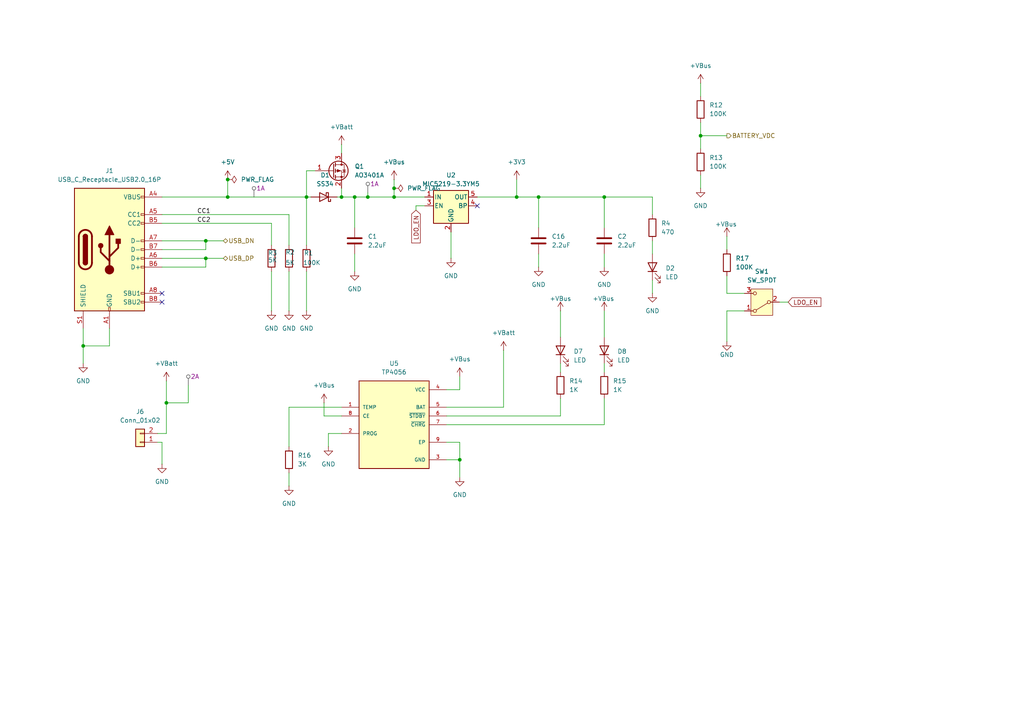
<source format=kicad_sch>
(kicad_sch
	(version 20250114)
	(generator "eeschema")
	(generator_version "9.0")
	(uuid "3dbde9e5-6d91-496d-82c7-b38f39e7c14e")
	(paper "A4")
	(lib_symbols
		(symbol "Connector:USB_C_Receptacle_USB2.0_16P"
			(pin_names
				(offset 1.016)
			)
			(exclude_from_sim no)
			(in_bom yes)
			(on_board yes)
			(property "Reference" "J1"
				(at 0 22.86 0)
				(effects
					(font
						(size 1.27 1.27)
					)
				)
			)
			(property "Value" "USB_C_Receptacle_USB2.0_16P"
				(at 0 20.32 0)
				(effects
					(font
						(size 1.27 1.27)
					)
				)
			)
			(property "Footprint" "DroneProject:USB_C_Receptacle_HRO_TYPE-C-31-M-12"
				(at 3.81 0 0)
				(effects
					(font
						(size 1.27 1.27)
					)
					(hide yes)
				)
			)
			(property "Datasheet" "https://www.usb.org/sites/default/files/documents/usb_type-c.zip"
				(at 3.81 0 0)
				(effects
					(font
						(size 1.27 1.27)
					)
					(hide yes)
				)
			)
			(property "Description" "USB 2.0-only 16P Type-C Receptacle connector"
				(at 0 0 0)
				(effects
					(font
						(size 1.27 1.27)
					)
					(hide yes)
				)
			)
			(property "ki_keywords" "usb universal serial bus type-C USB2.0"
				(at 0 0 0)
				(effects
					(font
						(size 1.27 1.27)
					)
					(hide yes)
				)
			)
			(property "ki_fp_filters" "USB*C*Receptacle*"
				(at 0 0 0)
				(effects
					(font
						(size 1.27 1.27)
					)
					(hide yes)
				)
			)
			(symbol "USB_C_Receptacle_USB2.0_16P_0_0"
				(rectangle
					(start -0.254 -17.78)
					(end 0.254 -16.764)
					(stroke
						(width 0)
						(type default)
					)
					(fill
						(type none)
					)
				)
				(rectangle
					(start 10.16 15.494)
					(end 9.144 14.986)
					(stroke
						(width 0)
						(type default)
					)
					(fill
						(type none)
					)
				)
				(rectangle
					(start 10.16 10.414)
					(end 9.144 9.906)
					(stroke
						(width 0)
						(type default)
					)
					(fill
						(type none)
					)
				)
				(rectangle
					(start 10.16 7.874)
					(end 9.144 7.366)
					(stroke
						(width 0)
						(type default)
					)
					(fill
						(type none)
					)
				)
				(rectangle
					(start 10.16 2.794)
					(end 9.144 2.286)
					(stroke
						(width 0)
						(type default)
					)
					(fill
						(type none)
					)
				)
				(rectangle
					(start 10.16 0.254)
					(end 9.144 -0.254)
					(stroke
						(width 0)
						(type default)
					)
					(fill
						(type none)
					)
				)
				(rectangle
					(start 10.16 -2.286)
					(end 9.144 -2.794)
					(stroke
						(width 0)
						(type default)
					)
					(fill
						(type none)
					)
				)
				(rectangle
					(start 10.16 -4.826)
					(end 9.144 -5.334)
					(stroke
						(width 0)
						(type default)
					)
					(fill
						(type none)
					)
				)
				(rectangle
					(start 10.16 -12.446)
					(end 9.144 -12.954)
					(stroke
						(width 0)
						(type default)
					)
					(fill
						(type none)
					)
				)
				(rectangle
					(start 10.16 -14.986)
					(end 9.144 -15.494)
					(stroke
						(width 0)
						(type default)
					)
					(fill
						(type none)
					)
				)
			)
			(symbol "USB_C_Receptacle_USB2.0_16P_0_1"
				(rectangle
					(start -10.16 17.78)
					(end 10.16 -17.78)
					(stroke
						(width 0.254)
						(type default)
					)
					(fill
						(type background)
					)
				)
				(polyline
					(pts
						(xy -8.89 -3.81) (xy -8.89 3.81)
					)
					(stroke
						(width 0.508)
						(type default)
					)
					(fill
						(type none)
					)
				)
				(rectangle
					(start -7.62 -3.81)
					(end -6.35 3.81)
					(stroke
						(width 0.254)
						(type default)
					)
					(fill
						(type outline)
					)
				)
				(arc
					(start -7.62 3.81)
					(mid -6.985 4.4423)
					(end -6.35 3.81)
					(stroke
						(width 0.254)
						(type default)
					)
					(fill
						(type none)
					)
				)
				(arc
					(start -7.62 3.81)
					(mid -6.985 4.4423)
					(end -6.35 3.81)
					(stroke
						(width 0.254)
						(type default)
					)
					(fill
						(type outline)
					)
				)
				(arc
					(start -8.89 3.81)
					(mid -6.985 5.7067)
					(end -5.08 3.81)
					(stroke
						(width 0.508)
						(type default)
					)
					(fill
						(type none)
					)
				)
				(arc
					(start -5.08 -3.81)
					(mid -6.985 -5.7067)
					(end -8.89 -3.81)
					(stroke
						(width 0.508)
						(type default)
					)
					(fill
						(type none)
					)
				)
				(arc
					(start -6.35 -3.81)
					(mid -6.985 -4.4423)
					(end -7.62 -3.81)
					(stroke
						(width 0.254)
						(type default)
					)
					(fill
						(type none)
					)
				)
				(arc
					(start -6.35 -3.81)
					(mid -6.985 -4.4423)
					(end -7.62 -3.81)
					(stroke
						(width 0.254)
						(type default)
					)
					(fill
						(type outline)
					)
				)
				(polyline
					(pts
						(xy -5.08 3.81) (xy -5.08 -3.81)
					)
					(stroke
						(width 0.508)
						(type default)
					)
					(fill
						(type none)
					)
				)
				(circle
					(center -2.54 1.143)
					(radius 0.635)
					(stroke
						(width 0.254)
						(type default)
					)
					(fill
						(type outline)
					)
				)
				(polyline
					(pts
						(xy -1.27 4.318) (xy 0 6.858) (xy 1.27 4.318) (xy -1.27 4.318)
					)
					(stroke
						(width 0.254)
						(type default)
					)
					(fill
						(type outline)
					)
				)
				(polyline
					(pts
						(xy 0 -2.032) (xy 2.54 0.508) (xy 2.54 1.778)
					)
					(stroke
						(width 0.508)
						(type default)
					)
					(fill
						(type none)
					)
				)
				(polyline
					(pts
						(xy 0 -3.302) (xy -2.54 -0.762) (xy -2.54 0.508)
					)
					(stroke
						(width 0.508)
						(type default)
					)
					(fill
						(type none)
					)
				)
				(polyline
					(pts
						(xy 0 -5.842) (xy 0 4.318)
					)
					(stroke
						(width 0.508)
						(type default)
					)
					(fill
						(type none)
					)
				)
				(circle
					(center 0 -5.842)
					(radius 1.27)
					(stroke
						(width 0)
						(type default)
					)
					(fill
						(type outline)
					)
				)
				(rectangle
					(start 1.905 1.778)
					(end 3.175 3.048)
					(stroke
						(width 0.254)
						(type default)
					)
					(fill
						(type outline)
					)
				)
			)
			(symbol "USB_C_Receptacle_USB2.0_16P_1_1"
				(pin passive line
					(at -7.62 -22.86 90)
					(length 5.08)
					(name "SHIELD"
						(effects
							(font
								(size 1.27 1.27)
							)
						)
					)
					(number "S1"
						(effects
							(font
								(size 1.27 1.27)
							)
						)
					)
				)
				(pin power_out line
					(at 0 -22.86 90)
					(length 5.08)
					(name "GND"
						(effects
							(font
								(size 1.27 1.27)
							)
						)
					)
					(number "A1"
						(effects
							(font
								(size 1.27 1.27)
							)
						)
					)
				)
				(pin passive line
					(at 0 -22.86 90)
					(length 5.08)
					(hide yes)
					(name "GND"
						(effects
							(font
								(size 1.27 1.27)
							)
						)
					)
					(number "A12"
						(effects
							(font
								(size 1.27 1.27)
							)
						)
					)
				)
				(pin passive line
					(at 0 -22.86 90)
					(length 5.08)
					(hide yes)
					(name "GND"
						(effects
							(font
								(size 1.27 1.27)
							)
						)
					)
					(number "B1"
						(effects
							(font
								(size 1.27 1.27)
							)
						)
					)
				)
				(pin passive line
					(at 0 -22.86 90)
					(length 5.08)
					(hide yes)
					(name "GND"
						(effects
							(font
								(size 1.27 1.27)
							)
						)
					)
					(number "B12"
						(effects
							(font
								(size 1.27 1.27)
							)
						)
					)
				)
				(pin passive line
					(at 15.24 15.24 180)
					(length 5.08)
					(name "VBUS"
						(effects
							(font
								(size 1.27 1.27)
							)
						)
					)
					(number "A4"
						(effects
							(font
								(size 1.27 1.27)
							)
						)
					)
				)
				(pin passive line
					(at 15.24 15.24 180)
					(length 5.08)
					(hide yes)
					(name "VBUS"
						(effects
							(font
								(size 1.27 1.27)
							)
						)
					)
					(number "A9"
						(effects
							(font
								(size 1.27 1.27)
							)
						)
					)
				)
				(pin passive line
					(at 15.24 15.24 180)
					(length 5.08)
					(hide yes)
					(name "VBUS"
						(effects
							(font
								(size 1.27 1.27)
							)
						)
					)
					(number "B4"
						(effects
							(font
								(size 1.27 1.27)
							)
						)
					)
				)
				(pin passive line
					(at 15.24 15.24 180)
					(length 5.08)
					(hide yes)
					(name "VBUS"
						(effects
							(font
								(size 1.27 1.27)
							)
						)
					)
					(number "B9"
						(effects
							(font
								(size 1.27 1.27)
							)
						)
					)
				)
				(pin bidirectional line
					(at 15.24 10.16 180)
					(length 5.08)
					(name "CC1"
						(effects
							(font
								(size 1.27 1.27)
							)
						)
					)
					(number "A5"
						(effects
							(font
								(size 1.27 1.27)
							)
						)
					)
				)
				(pin bidirectional line
					(at 15.24 7.62 180)
					(length 5.08)
					(name "CC2"
						(effects
							(font
								(size 1.27 1.27)
							)
						)
					)
					(number "B5"
						(effects
							(font
								(size 1.27 1.27)
							)
						)
					)
				)
				(pin bidirectional line
					(at 15.24 2.54 180)
					(length 5.08)
					(name "D-"
						(effects
							(font
								(size 1.27 1.27)
							)
						)
					)
					(number "A7"
						(effects
							(font
								(size 1.27 1.27)
							)
						)
					)
				)
				(pin bidirectional line
					(at 15.24 0 180)
					(length 5.08)
					(name "D-"
						(effects
							(font
								(size 1.27 1.27)
							)
						)
					)
					(number "B7"
						(effects
							(font
								(size 1.27 1.27)
							)
						)
					)
				)
				(pin bidirectional line
					(at 15.24 -2.54 180)
					(length 5.08)
					(name "D+"
						(effects
							(font
								(size 1.27 1.27)
							)
						)
					)
					(number "A6"
						(effects
							(font
								(size 1.27 1.27)
							)
						)
					)
				)
				(pin bidirectional line
					(at 15.24 -5.08 180)
					(length 5.08)
					(name "D+"
						(effects
							(font
								(size 1.27 1.27)
							)
						)
					)
					(number "B6"
						(effects
							(font
								(size 1.27 1.27)
							)
						)
					)
				)
				(pin bidirectional line
					(at 15.24 -12.7 180)
					(length 5.08)
					(name "SBU1"
						(effects
							(font
								(size 1.27 1.27)
							)
						)
					)
					(number "A8"
						(effects
							(font
								(size 1.27 1.27)
							)
						)
					)
				)
				(pin bidirectional line
					(at 15.24 -15.24 180)
					(length 5.08)
					(name "SBU2"
						(effects
							(font
								(size 1.27 1.27)
							)
						)
					)
					(number "B8"
						(effects
							(font
								(size 1.27 1.27)
							)
						)
					)
				)
			)
			(embedded_fonts no)
		)
		(symbol "Connector_Generic:Conn_01x02"
			(pin_names
				(offset 1.016)
				(hide yes)
			)
			(exclude_from_sim no)
			(in_bom yes)
			(on_board yes)
			(property "Reference" "J"
				(at 0 2.54 0)
				(effects
					(font
						(size 1.27 1.27)
					)
				)
			)
			(property "Value" "Conn_01x02"
				(at 0 -5.08 0)
				(effects
					(font
						(size 1.27 1.27)
					)
				)
			)
			(property "Footprint" ""
				(at 0 0 0)
				(effects
					(font
						(size 1.27 1.27)
					)
					(hide yes)
				)
			)
			(property "Datasheet" "~"
				(at 0 0 0)
				(effects
					(font
						(size 1.27 1.27)
					)
					(hide yes)
				)
			)
			(property "Description" "Generic connector, single row, 01x02, script generated (kicad-library-utils/schlib/autogen/connector/)"
				(at 0 0 0)
				(effects
					(font
						(size 1.27 1.27)
					)
					(hide yes)
				)
			)
			(property "ki_keywords" "connector"
				(at 0 0 0)
				(effects
					(font
						(size 1.27 1.27)
					)
					(hide yes)
				)
			)
			(property "ki_fp_filters" "Connector*:*_1x??_*"
				(at 0 0 0)
				(effects
					(font
						(size 1.27 1.27)
					)
					(hide yes)
				)
			)
			(symbol "Conn_01x02_1_1"
				(rectangle
					(start -1.27 1.27)
					(end 1.27 -3.81)
					(stroke
						(width 0.254)
						(type default)
					)
					(fill
						(type background)
					)
				)
				(rectangle
					(start -1.27 0.127)
					(end 0 -0.127)
					(stroke
						(width 0.1524)
						(type default)
					)
					(fill
						(type none)
					)
				)
				(rectangle
					(start -1.27 -2.413)
					(end 0 -2.667)
					(stroke
						(width 0.1524)
						(type default)
					)
					(fill
						(type none)
					)
				)
				(pin passive line
					(at -5.08 0 0)
					(length 3.81)
					(name "Pin_1"
						(effects
							(font
								(size 1.27 1.27)
							)
						)
					)
					(number "1"
						(effects
							(font
								(size 1.27 1.27)
							)
						)
					)
				)
				(pin passive line
					(at -5.08 -2.54 0)
					(length 3.81)
					(name "Pin_2"
						(effects
							(font
								(size 1.27 1.27)
							)
						)
					)
					(number "2"
						(effects
							(font
								(size 1.27 1.27)
							)
						)
					)
				)
			)
			(embedded_fonts no)
		)
		(symbol "Device:C"
			(pin_numbers
				(hide yes)
			)
			(pin_names
				(offset 0.254)
			)
			(exclude_from_sim no)
			(in_bom yes)
			(on_board yes)
			(property "Reference" "C"
				(at 0.635 2.54 0)
				(effects
					(font
						(size 1.27 1.27)
					)
					(justify left)
				)
			)
			(property "Value" "C"
				(at 0.635 -2.54 0)
				(effects
					(font
						(size 1.27 1.27)
					)
					(justify left)
				)
			)
			(property "Footprint" ""
				(at 0.9652 -3.81 0)
				(effects
					(font
						(size 1.27 1.27)
					)
					(hide yes)
				)
			)
			(property "Datasheet" "~"
				(at 0 0 0)
				(effects
					(font
						(size 1.27 1.27)
					)
					(hide yes)
				)
			)
			(property "Description" "Unpolarized capacitor"
				(at 0 0 0)
				(effects
					(font
						(size 1.27 1.27)
					)
					(hide yes)
				)
			)
			(property "ki_keywords" "cap capacitor"
				(at 0 0 0)
				(effects
					(font
						(size 1.27 1.27)
					)
					(hide yes)
				)
			)
			(property "ki_fp_filters" "C_*"
				(at 0 0 0)
				(effects
					(font
						(size 1.27 1.27)
					)
					(hide yes)
				)
			)
			(symbol "C_0_1"
				(polyline
					(pts
						(xy -2.032 0.762) (xy 2.032 0.762)
					)
					(stroke
						(width 0.508)
						(type default)
					)
					(fill
						(type none)
					)
				)
				(polyline
					(pts
						(xy -2.032 -0.762) (xy 2.032 -0.762)
					)
					(stroke
						(width 0.508)
						(type default)
					)
					(fill
						(type none)
					)
				)
			)
			(symbol "C_1_1"
				(pin passive line
					(at 0 3.81 270)
					(length 2.794)
					(name "~"
						(effects
							(font
								(size 1.27 1.27)
							)
						)
					)
					(number "1"
						(effects
							(font
								(size 1.27 1.27)
							)
						)
					)
				)
				(pin passive line
					(at 0 -3.81 90)
					(length 2.794)
					(name "~"
						(effects
							(font
								(size 1.27 1.27)
							)
						)
					)
					(number "2"
						(effects
							(font
								(size 1.27 1.27)
							)
						)
					)
				)
			)
			(embedded_fonts no)
		)
		(symbol "Device:LED"
			(pin_numbers
				(hide yes)
			)
			(pin_names
				(offset 1.016)
				(hide yes)
			)
			(exclude_from_sim no)
			(in_bom yes)
			(on_board yes)
			(property "Reference" "D"
				(at 0 2.54 0)
				(effects
					(font
						(size 1.27 1.27)
					)
				)
			)
			(property "Value" "LED"
				(at 0 -2.54 0)
				(effects
					(font
						(size 1.27 1.27)
					)
				)
			)
			(property "Footprint" ""
				(at 0 0 0)
				(effects
					(font
						(size 1.27 1.27)
					)
					(hide yes)
				)
			)
			(property "Datasheet" "~"
				(at 0 0 0)
				(effects
					(font
						(size 1.27 1.27)
					)
					(hide yes)
				)
			)
			(property "Description" "Light emitting diode"
				(at 0 0 0)
				(effects
					(font
						(size 1.27 1.27)
					)
					(hide yes)
				)
			)
			(property "Sim.Pins" "1=K 2=A"
				(at 0 0 0)
				(effects
					(font
						(size 1.27 1.27)
					)
					(hide yes)
				)
			)
			(property "ki_keywords" "LED diode"
				(at 0 0 0)
				(effects
					(font
						(size 1.27 1.27)
					)
					(hide yes)
				)
			)
			(property "ki_fp_filters" "LED* LED_SMD:* LED_THT:*"
				(at 0 0 0)
				(effects
					(font
						(size 1.27 1.27)
					)
					(hide yes)
				)
			)
			(symbol "LED_0_1"
				(polyline
					(pts
						(xy -3.048 -0.762) (xy -4.572 -2.286) (xy -3.81 -2.286) (xy -4.572 -2.286) (xy -4.572 -1.524)
					)
					(stroke
						(width 0)
						(type default)
					)
					(fill
						(type none)
					)
				)
				(polyline
					(pts
						(xy -1.778 -0.762) (xy -3.302 -2.286) (xy -2.54 -2.286) (xy -3.302 -2.286) (xy -3.302 -1.524)
					)
					(stroke
						(width 0)
						(type default)
					)
					(fill
						(type none)
					)
				)
				(polyline
					(pts
						(xy -1.27 0) (xy 1.27 0)
					)
					(stroke
						(width 0)
						(type default)
					)
					(fill
						(type none)
					)
				)
				(polyline
					(pts
						(xy -1.27 -1.27) (xy -1.27 1.27)
					)
					(stroke
						(width 0.254)
						(type default)
					)
					(fill
						(type none)
					)
				)
				(polyline
					(pts
						(xy 1.27 -1.27) (xy 1.27 1.27) (xy -1.27 0) (xy 1.27 -1.27)
					)
					(stroke
						(width 0.254)
						(type default)
					)
					(fill
						(type none)
					)
				)
			)
			(symbol "LED_1_1"
				(pin passive line
					(at -3.81 0 0)
					(length 2.54)
					(name "K"
						(effects
							(font
								(size 1.27 1.27)
							)
						)
					)
					(number "1"
						(effects
							(font
								(size 1.27 1.27)
							)
						)
					)
				)
				(pin passive line
					(at 3.81 0 180)
					(length 2.54)
					(name "A"
						(effects
							(font
								(size 1.27 1.27)
							)
						)
					)
					(number "2"
						(effects
							(font
								(size 1.27 1.27)
							)
						)
					)
				)
			)
			(embedded_fonts no)
		)
		(symbol "Device:R"
			(pin_numbers
				(hide yes)
			)
			(pin_names
				(offset 0)
			)
			(exclude_from_sim no)
			(in_bom yes)
			(on_board yes)
			(property "Reference" "R"
				(at 2.032 0 90)
				(effects
					(font
						(size 1.27 1.27)
					)
				)
			)
			(property "Value" "R"
				(at 0 0 90)
				(effects
					(font
						(size 1.27 1.27)
					)
				)
			)
			(property "Footprint" ""
				(at -1.778 0 90)
				(effects
					(font
						(size 1.27 1.27)
					)
					(hide yes)
				)
			)
			(property "Datasheet" "~"
				(at 0 0 0)
				(effects
					(font
						(size 1.27 1.27)
					)
					(hide yes)
				)
			)
			(property "Description" "Resistor"
				(at 0 0 0)
				(effects
					(font
						(size 1.27 1.27)
					)
					(hide yes)
				)
			)
			(property "ki_keywords" "R res resistor"
				(at 0 0 0)
				(effects
					(font
						(size 1.27 1.27)
					)
					(hide yes)
				)
			)
			(property "ki_fp_filters" "R_*"
				(at 0 0 0)
				(effects
					(font
						(size 1.27 1.27)
					)
					(hide yes)
				)
			)
			(symbol "R_0_1"
				(rectangle
					(start -1.016 -2.54)
					(end 1.016 2.54)
					(stroke
						(width 0.254)
						(type default)
					)
					(fill
						(type none)
					)
				)
			)
			(symbol "R_1_1"
				(pin passive line
					(at 0 3.81 270)
					(length 1.27)
					(name "~"
						(effects
							(font
								(size 1.27 1.27)
							)
						)
					)
					(number "1"
						(effects
							(font
								(size 1.27 1.27)
							)
						)
					)
				)
				(pin passive line
					(at 0 -3.81 90)
					(length 1.27)
					(name "~"
						(effects
							(font
								(size 1.27 1.27)
							)
						)
					)
					(number "2"
						(effects
							(font
								(size 1.27 1.27)
							)
						)
					)
				)
			)
			(embedded_fonts no)
		)
		(symbol "Diode:SS34"
			(pin_numbers
				(hide yes)
			)
			(pin_names
				(offset 1.016)
				(hide yes)
			)
			(exclude_from_sim no)
			(in_bom yes)
			(on_board yes)
			(property "Reference" "D"
				(at 0 2.54 0)
				(effects
					(font
						(size 1.27 1.27)
					)
				)
			)
			(property "Value" "SS34"
				(at 0 -2.54 0)
				(effects
					(font
						(size 1.27 1.27)
					)
				)
			)
			(property "Footprint" "Diode_SMD:D_SMA"
				(at 0 -4.445 0)
				(effects
					(font
						(size 1.27 1.27)
					)
					(hide yes)
				)
			)
			(property "Datasheet" "https://www.vishay.com/docs/88751/ss32.pdf"
				(at 0 0 0)
				(effects
					(font
						(size 1.27 1.27)
					)
					(hide yes)
				)
			)
			(property "Description" "40V 3A Schottky Diode, SMA"
				(at 0 0 0)
				(effects
					(font
						(size 1.27 1.27)
					)
					(hide yes)
				)
			)
			(property "ki_keywords" "diode Schottky"
				(at 0 0 0)
				(effects
					(font
						(size 1.27 1.27)
					)
					(hide yes)
				)
			)
			(property "ki_fp_filters" "D*SMA*"
				(at 0 0 0)
				(effects
					(font
						(size 1.27 1.27)
					)
					(hide yes)
				)
			)
			(symbol "SS34_0_1"
				(polyline
					(pts
						(xy -1.905 0.635) (xy -1.905 1.27) (xy -1.27 1.27) (xy -1.27 -1.27) (xy -0.635 -1.27) (xy -0.635 -0.635)
					)
					(stroke
						(width 0.254)
						(type default)
					)
					(fill
						(type none)
					)
				)
				(polyline
					(pts
						(xy 1.27 1.27) (xy 1.27 -1.27) (xy -1.27 0) (xy 1.27 1.27)
					)
					(stroke
						(width 0.254)
						(type default)
					)
					(fill
						(type none)
					)
				)
				(polyline
					(pts
						(xy 1.27 0) (xy -1.27 0)
					)
					(stroke
						(width 0)
						(type default)
					)
					(fill
						(type none)
					)
				)
			)
			(symbol "SS34_1_1"
				(pin passive line
					(at -3.81 0 0)
					(length 2.54)
					(name "K"
						(effects
							(font
								(size 1.27 1.27)
							)
						)
					)
					(number "1"
						(effects
							(font
								(size 1.27 1.27)
							)
						)
					)
				)
				(pin passive line
					(at 3.81 0 180)
					(length 2.54)
					(name "A"
						(effects
							(font
								(size 1.27 1.27)
							)
						)
					)
					(number "2"
						(effects
							(font
								(size 1.27 1.27)
							)
						)
					)
				)
			)
			(embedded_fonts no)
		)
		(symbol "DroneProject:TP4056"
			(pin_names
				(offset 1.016)
			)
			(exclude_from_sim no)
			(in_bom yes)
			(on_board yes)
			(property "Reference" "U5"
				(at 0 17.78 0)
				(effects
					(font
						(size 1.27 1.27)
					)
				)
			)
			(property "Value" "TP4056"
				(at 0 15.24 0)
				(effects
					(font
						(size 1.27 1.27)
					)
				)
			)
			(property "Footprint" "DroneProject:SOP127P600X175-9N"
				(at 0 0 0)
				(effects
					(font
						(size 1.27 1.27)
					)
					(justify bottom)
					(hide yes)
				)
			)
			(property "Datasheet" ""
				(at 0 0 0)
				(effects
					(font
						(size 1.27 1.27)
					)
					(hide yes)
				)
			)
			(property "Description" ""
				(at 0 0 0)
				(effects
					(font
						(size 1.27 1.27)
					)
					(hide yes)
				)
			)
			(property "MF" ""
				(at 0 0 0)
				(effects
					(font
						(size 1.27 1.27)
					)
					(justify bottom)
					(hide yes)
				)
			)
			(property "MAXIMUM_PACKAGE_HEIGHT" ""
				(at 0 0 0)
				(effects
					(font
						(size 1.27 1.27)
					)
					(justify bottom)
					(hide yes)
				)
			)
			(property "Package" ""
				(at 0 0 0)
				(effects
					(font
						(size 1.27 1.27)
					)
					(justify bottom)
					(hide yes)
				)
			)
			(property "Price" ""
				(at 0 0 0)
				(effects
					(font
						(size 1.27 1.27)
					)
					(justify bottom)
					(hide yes)
				)
			)
			(property "Check_prices" ""
				(at 0 0 0)
				(effects
					(font
						(size 1.27 1.27)
					)
					(justify bottom)
					(hide yes)
				)
			)
			(property "STANDARD" ""
				(at 0 0 0)
				(effects
					(font
						(size 1.27 1.27)
					)
					(justify bottom)
					(hide yes)
				)
			)
			(property "SnapEDA_Link" ""
				(at 0 0 0)
				(effects
					(font
						(size 1.27 1.27)
					)
					(justify bottom)
					(hide yes)
				)
			)
			(property "MP" "TP4056"
				(at -0.508 14.224 0)
				(effects
					(font
						(size 1.27 1.27)
					)
					(justify bottom)
					(hide yes)
				)
			)
			(property "Description_1" ""
				(at 0 0 0)
				(effects
					(font
						(size 1.27 1.27)
					)
					(justify bottom)
					(hide yes)
				)
			)
			(property "Availability" ""
				(at 0 0 0)
				(effects
					(font
						(size 1.27 1.27)
					)
					(justify bottom)
					(hide yes)
				)
			)
			(property "MANUFACTURER" ""
				(at 0 0 0)
				(effects
					(font
						(size 1.27 1.27)
					)
					(justify bottom)
					(hide yes)
				)
			)
			(symbol "TP4056_0_0"
				(rectangle
					(start -10.16 -12.7)
					(end 10.16 12.7)
					(stroke
						(width 0.254)
						(type default)
					)
					(fill
						(type background)
					)
				)
				(pin input line
					(at -15.24 5.08 0)
					(length 5.08)
					(name "TEMP"
						(effects
							(font
								(size 1.016 1.016)
							)
						)
					)
					(number "1"
						(effects
							(font
								(size 1.016 1.016)
							)
						)
					)
				)
				(pin input line
					(at -15.24 2.54 0)
					(length 5.08)
					(name "CE"
						(effects
							(font
								(size 1.016 1.016)
							)
						)
					)
					(number "8"
						(effects
							(font
								(size 1.016 1.016)
							)
						)
					)
				)
				(pin power_in line
					(at 15.24 10.16 180)
					(length 5.08)
					(name "VCC"
						(effects
							(font
								(size 1.016 1.016)
							)
						)
					)
					(number "4"
						(effects
							(font
								(size 1.016 1.016)
							)
						)
					)
				)
				(pin output line
					(at 15.24 2.54 180)
					(length 5.08)
					(name "~{STDBY}"
						(effects
							(font
								(size 1.016 1.016)
							)
						)
					)
					(number "6"
						(effects
							(font
								(size 1.016 1.016)
							)
						)
					)
				)
				(pin output line
					(at 15.24 0 180)
					(length 5.08)
					(name "~{CHRG}"
						(effects
							(font
								(size 1.016 1.016)
							)
						)
					)
					(number "7"
						(effects
							(font
								(size 1.016 1.016)
							)
						)
					)
				)
				(pin passive line
					(at 15.24 -5.08 180)
					(length 5.08)
					(name "EP"
						(effects
							(font
								(size 1.016 1.016)
							)
						)
					)
					(number "9"
						(effects
							(font
								(size 1.016 1.016)
							)
						)
					)
				)
				(pin power_in line
					(at 15.24 -10.16 180)
					(length 5.08)
					(name "GND"
						(effects
							(font
								(size 1.016 1.016)
							)
						)
					)
					(number "3"
						(effects
							(font
								(size 1.016 1.016)
							)
						)
					)
				)
			)
			(symbol "TP4056_1_0"
				(pin bidirectional line
					(at -15.24 -2.54 0)
					(length 5.08)
					(name "PROG"
						(effects
							(font
								(size 1.016 1.016)
							)
						)
					)
					(number "2"
						(effects
							(font
								(size 1.016 1.016)
							)
						)
					)
				)
				(pin power_out line
					(at 15.24 5.08 180)
					(length 5.08)
					(name "BAT"
						(effects
							(font
								(size 1.016 1.016)
							)
						)
					)
					(number "5"
						(effects
							(font
								(size 1.016 1.016)
							)
						)
					)
				)
			)
			(embedded_fonts no)
		)
		(symbol "EE_Resistors:R_100K"
			(pin_numbers
				(hide yes)
			)
			(pin_names
				(offset 0)
			)
			(exclude_from_sim no)
			(in_bom yes)
			(on_board yes)
			(property "Reference" "R"
				(at 2.032 0 90)
				(effects
					(font
						(size 1.27 1.27)
					)
				)
			)
			(property "Value" "100K"
				(at 0 0 90)
				(effects
					(font
						(size 1.27 1.27)
					)
				)
			)
			(property "Footprint" "Resistor_THT:R_Axial_DIN0207_L6.3mm_D2.5mm_P2.54mm_Vertical"
				(at -1.778 0 90)
				(effects
					(font
						(size 1.27 1.27)
					)
					(hide yes)
				)
			)
			(property "Datasheet" "~"
				(at 0 0 0)
				(effects
					(font
						(size 1.27 1.27)
					)
					(hide yes)
				)
			)
			(property "Description" "Resistor"
				(at 0 0 0)
				(effects
					(font
						(size 1.27 1.27)
					)
					(hide yes)
				)
			)
			(property "ki_keywords" "R res resistor"
				(at 0 0 0)
				(effects
					(font
						(size 1.27 1.27)
					)
					(hide yes)
				)
			)
			(property "ki_fp_filters" "R_*"
				(at 0 0 0)
				(effects
					(font
						(size 1.27 1.27)
					)
					(hide yes)
				)
			)
			(symbol "R_100K_0_1"
				(rectangle
					(start -1.016 -2.54)
					(end 1.016 2.54)
					(stroke
						(width 0.254)
						(type default)
					)
					(fill
						(type none)
					)
				)
			)
			(symbol "R_100K_1_1"
				(pin passive line
					(at 0 3.81 270)
					(length 1.27)
					(name "~"
						(effects
							(font
								(size 1.27 1.27)
							)
						)
					)
					(number "1"
						(effects
							(font
								(size 1.27 1.27)
							)
						)
					)
				)
				(pin passive line
					(at 0 -3.81 90)
					(length 1.27)
					(name "~"
						(effects
							(font
								(size 1.27 1.27)
							)
						)
					)
					(number "2"
						(effects
							(font
								(size 1.27 1.27)
							)
						)
					)
				)
			)
			(embedded_fonts no)
		)
		(symbol "Regulator_Linear:MIC5219-3.3YM5"
			(pin_names
				(offset 0.254)
			)
			(exclude_from_sim no)
			(in_bom yes)
			(on_board yes)
			(property "Reference" "U"
				(at -3.81 5.715 0)
				(effects
					(font
						(size 1.27 1.27)
					)
				)
			)
			(property "Value" "MIC5219-3.3YM5"
				(at 0 5.715 0)
				(effects
					(font
						(size 1.27 1.27)
					)
					(justify left)
				)
			)
			(property "Footprint" "Package_TO_SOT_SMD:SOT-23-5"
				(at 0 8.255 0)
				(effects
					(font
						(size 1.27 1.27)
					)
					(hide yes)
				)
			)
			(property "Datasheet" "http://ww1.microchip.com/downloads/en/DeviceDoc/MIC5219-500mA-Peak-Output-LDO-Regulator-DS20006021A.pdf"
				(at 0 0 0)
				(effects
					(font
						(size 1.27 1.27)
					)
					(hide yes)
				)
			)
			(property "Description" "500mA low dropout linear regulator, fixed 3.3V output, SOT-23-5"
				(at 0 0 0)
				(effects
					(font
						(size 1.27 1.27)
					)
					(hide yes)
				)
			)
			(property "ki_keywords" "500mA ultra-low-noise LDO linear voltage regulator fixed positive"
				(at 0 0 0)
				(effects
					(font
						(size 1.27 1.27)
					)
					(hide yes)
				)
			)
			(property "ki_fp_filters" "SOT?23*"
				(at 0 0 0)
				(effects
					(font
						(size 1.27 1.27)
					)
					(hide yes)
				)
			)
			(symbol "MIC5219-3.3YM5_0_1"
				(rectangle
					(start -5.08 4.445)
					(end 5.08 -5.08)
					(stroke
						(width 0.254)
						(type default)
					)
					(fill
						(type background)
					)
				)
			)
			(symbol "MIC5219-3.3YM5_1_1"
				(pin power_in line
					(at -7.62 2.54 0)
					(length 2.54)
					(name "IN"
						(effects
							(font
								(size 1.27 1.27)
							)
						)
					)
					(number "1"
						(effects
							(font
								(size 1.27 1.27)
							)
						)
					)
				)
				(pin input line
					(at -7.62 0 0)
					(length 2.54)
					(name "EN"
						(effects
							(font
								(size 1.27 1.27)
							)
						)
					)
					(number "3"
						(effects
							(font
								(size 1.27 1.27)
							)
						)
					)
				)
				(pin power_in line
					(at 0 -7.62 90)
					(length 2.54)
					(name "GND"
						(effects
							(font
								(size 1.27 1.27)
							)
						)
					)
					(number "2"
						(effects
							(font
								(size 1.27 1.27)
							)
						)
					)
				)
				(pin power_out line
					(at 7.62 2.54 180)
					(length 2.54)
					(name "OUT"
						(effects
							(font
								(size 1.27 1.27)
							)
						)
					)
					(number "5"
						(effects
							(font
								(size 1.27 1.27)
							)
						)
					)
				)
				(pin input line
					(at 7.62 0 180)
					(length 2.54)
					(name "BP"
						(effects
							(font
								(size 1.27 1.27)
							)
						)
					)
					(number "4"
						(effects
							(font
								(size 1.27 1.27)
							)
						)
					)
				)
			)
			(embedded_fonts no)
		)
		(symbol "Switch:SW_SPDT"
			(pin_names
				(offset 0)
				(hide yes)
			)
			(exclude_from_sim no)
			(in_bom yes)
			(on_board yes)
			(property "Reference" "SW"
				(at 0 5.08 0)
				(effects
					(font
						(size 1.27 1.27)
					)
				)
			)
			(property "Value" "SW_SPDT"
				(at 0 -5.08 0)
				(effects
					(font
						(size 1.27 1.27)
					)
				)
			)
			(property "Footprint" ""
				(at 0 0 0)
				(effects
					(font
						(size 1.27 1.27)
					)
					(hide yes)
				)
			)
			(property "Datasheet" "~"
				(at 0 -7.62 0)
				(effects
					(font
						(size 1.27 1.27)
					)
					(hide yes)
				)
			)
			(property "Description" "Switch, single pole double throw"
				(at 0 0 0)
				(effects
					(font
						(size 1.27 1.27)
					)
					(hide yes)
				)
			)
			(property "ki_keywords" "switch single-pole double-throw spdt ON-ON"
				(at 0 0 0)
				(effects
					(font
						(size 1.27 1.27)
					)
					(hide yes)
				)
			)
			(symbol "SW_SPDT_0_1"
				(circle
					(center -2.032 0)
					(radius 0.4572)
					(stroke
						(width 0)
						(type default)
					)
					(fill
						(type none)
					)
				)
				(polyline
					(pts
						(xy -1.651 0.254) (xy 1.651 2.286)
					)
					(stroke
						(width 0)
						(type default)
					)
					(fill
						(type none)
					)
				)
				(circle
					(center 2.032 2.54)
					(radius 0.4572)
					(stroke
						(width 0)
						(type default)
					)
					(fill
						(type none)
					)
				)
				(circle
					(center 2.032 -2.54)
					(radius 0.4572)
					(stroke
						(width 0)
						(type default)
					)
					(fill
						(type none)
					)
				)
			)
			(symbol "SW_SPDT_1_1"
				(rectangle
					(start -3.175 3.81)
					(end 3.175 -3.81)
					(stroke
						(width 0)
						(type default)
					)
					(fill
						(type background)
					)
				)
				(pin passive line
					(at -5.08 0 0)
					(length 2.54)
					(name "B"
						(effects
							(font
								(size 1.27 1.27)
							)
						)
					)
					(number "2"
						(effects
							(font
								(size 1.27 1.27)
							)
						)
					)
				)
				(pin passive line
					(at 5.08 2.54 180)
					(length 2.54)
					(name "A"
						(effects
							(font
								(size 1.27 1.27)
							)
						)
					)
					(number "1"
						(effects
							(font
								(size 1.27 1.27)
							)
						)
					)
				)
				(pin passive line
					(at 5.08 -2.54 180)
					(length 2.54)
					(name "C"
						(effects
							(font
								(size 1.27 1.27)
							)
						)
					)
					(number "3"
						(effects
							(font
								(size 1.27 1.27)
							)
						)
					)
				)
			)
			(embedded_fonts no)
		)
		(symbol "Transistor_FET:AO3401A"
			(pin_names
				(hide yes)
			)
			(exclude_from_sim no)
			(in_bom yes)
			(on_board yes)
			(property "Reference" "Q"
				(at 5.08 1.905 0)
				(effects
					(font
						(size 1.27 1.27)
					)
					(justify left)
				)
			)
			(property "Value" "AO3401A"
				(at 5.08 0 0)
				(effects
					(font
						(size 1.27 1.27)
					)
					(justify left)
				)
			)
			(property "Footprint" "Package_TO_SOT_SMD:SOT-23"
				(at 5.08 -1.905 0)
				(effects
					(font
						(size 1.27 1.27)
						(italic yes)
					)
					(justify left)
					(hide yes)
				)
			)
			(property "Datasheet" "http://www.aosmd.com/pdfs/datasheet/AO3401A.pdf"
				(at 5.08 -3.81 0)
				(effects
					(font
						(size 1.27 1.27)
					)
					(justify left)
					(hide yes)
				)
			)
			(property "Description" "-4.0A Id, -30V Vds, P-Channel MOSFET, SOT-23"
				(at 0 0 0)
				(effects
					(font
						(size 1.27 1.27)
					)
					(hide yes)
				)
			)
			(property "ki_keywords" "P-Channel MOSFET"
				(at 0 0 0)
				(effects
					(font
						(size 1.27 1.27)
					)
					(hide yes)
				)
			)
			(property "ki_fp_filters" "SOT?23*"
				(at 0 0 0)
				(effects
					(font
						(size 1.27 1.27)
					)
					(hide yes)
				)
			)
			(symbol "AO3401A_0_1"
				(polyline
					(pts
						(xy 0.254 1.905) (xy 0.254 -1.905)
					)
					(stroke
						(width 0.254)
						(type default)
					)
					(fill
						(type none)
					)
				)
				(polyline
					(pts
						(xy 0.254 0) (xy -2.54 0)
					)
					(stroke
						(width 0)
						(type default)
					)
					(fill
						(type none)
					)
				)
				(polyline
					(pts
						(xy 0.762 2.286) (xy 0.762 1.27)
					)
					(stroke
						(width 0.254)
						(type default)
					)
					(fill
						(type none)
					)
				)
				(polyline
					(pts
						(xy 0.762 1.778) (xy 3.302 1.778) (xy 3.302 -1.778) (xy 0.762 -1.778)
					)
					(stroke
						(width 0)
						(type default)
					)
					(fill
						(type none)
					)
				)
				(polyline
					(pts
						(xy 0.762 0.508) (xy 0.762 -0.508)
					)
					(stroke
						(width 0.254)
						(type default)
					)
					(fill
						(type none)
					)
				)
				(polyline
					(pts
						(xy 0.762 -1.27) (xy 0.762 -2.286)
					)
					(stroke
						(width 0.254)
						(type default)
					)
					(fill
						(type none)
					)
				)
				(circle
					(center 1.651 0)
					(radius 2.794)
					(stroke
						(width 0.254)
						(type default)
					)
					(fill
						(type none)
					)
				)
				(polyline
					(pts
						(xy 2.286 0) (xy 1.27 0.381) (xy 1.27 -0.381) (xy 2.286 0)
					)
					(stroke
						(width 0)
						(type default)
					)
					(fill
						(type outline)
					)
				)
				(polyline
					(pts
						(xy 2.54 2.54) (xy 2.54 1.778)
					)
					(stroke
						(width 0)
						(type default)
					)
					(fill
						(type none)
					)
				)
				(circle
					(center 2.54 1.778)
					(radius 0.254)
					(stroke
						(width 0)
						(type default)
					)
					(fill
						(type outline)
					)
				)
				(circle
					(center 2.54 -1.778)
					(radius 0.254)
					(stroke
						(width 0)
						(type default)
					)
					(fill
						(type outline)
					)
				)
				(polyline
					(pts
						(xy 2.54 -2.54) (xy 2.54 0) (xy 0.762 0)
					)
					(stroke
						(width 0)
						(type default)
					)
					(fill
						(type none)
					)
				)
				(polyline
					(pts
						(xy 2.794 -0.508) (xy 2.921 -0.381) (xy 3.683 -0.381) (xy 3.81 -0.254)
					)
					(stroke
						(width 0)
						(type default)
					)
					(fill
						(type none)
					)
				)
				(polyline
					(pts
						(xy 3.302 -0.381) (xy 2.921 0.254) (xy 3.683 0.254) (xy 3.302 -0.381)
					)
					(stroke
						(width 0)
						(type default)
					)
					(fill
						(type none)
					)
				)
			)
			(symbol "AO3401A_1_1"
				(pin input line
					(at -5.08 0 0)
					(length 2.54)
					(name "G"
						(effects
							(font
								(size 1.27 1.27)
							)
						)
					)
					(number "1"
						(effects
							(font
								(size 1.27 1.27)
							)
						)
					)
				)
				(pin passive line
					(at 2.54 5.08 270)
					(length 2.54)
					(name "D"
						(effects
							(font
								(size 1.27 1.27)
							)
						)
					)
					(number "3"
						(effects
							(font
								(size 1.27 1.27)
							)
						)
					)
				)
				(pin passive line
					(at 2.54 -5.08 90)
					(length 2.54)
					(name "S"
						(effects
							(font
								(size 1.27 1.27)
							)
						)
					)
					(number "2"
						(effects
							(font
								(size 1.27 1.27)
							)
						)
					)
				)
			)
			(embedded_fonts no)
		)
		(symbol "power:+3V3"
			(power)
			(pin_numbers
				(hide yes)
			)
			(pin_names
				(offset 0)
				(hide yes)
			)
			(exclude_from_sim no)
			(in_bom yes)
			(on_board yes)
			(property "Reference" "#PWR"
				(at 0 -3.81 0)
				(effects
					(font
						(size 1.27 1.27)
					)
					(hide yes)
				)
			)
			(property "Value" "+3V3"
				(at 0 3.556 0)
				(effects
					(font
						(size 1.27 1.27)
					)
				)
			)
			(property "Footprint" ""
				(at 0 0 0)
				(effects
					(font
						(size 1.27 1.27)
					)
					(hide yes)
				)
			)
			(property "Datasheet" ""
				(at 0 0 0)
				(effects
					(font
						(size 1.27 1.27)
					)
					(hide yes)
				)
			)
			(property "Description" "Power symbol creates a global label with name \"+3V3\""
				(at 0 0 0)
				(effects
					(font
						(size 1.27 1.27)
					)
					(hide yes)
				)
			)
			(property "ki_keywords" "global power"
				(at 0 0 0)
				(effects
					(font
						(size 1.27 1.27)
					)
					(hide yes)
				)
			)
			(symbol "+3V3_0_1"
				(polyline
					(pts
						(xy -0.762 1.27) (xy 0 2.54)
					)
					(stroke
						(width 0)
						(type default)
					)
					(fill
						(type none)
					)
				)
				(polyline
					(pts
						(xy 0 2.54) (xy 0.762 1.27)
					)
					(stroke
						(width 0)
						(type default)
					)
					(fill
						(type none)
					)
				)
				(polyline
					(pts
						(xy 0 0) (xy 0 2.54)
					)
					(stroke
						(width 0)
						(type default)
					)
					(fill
						(type none)
					)
				)
			)
			(symbol "+3V3_1_1"
				(pin power_in line
					(at 0 0 90)
					(length 0)
					(name "~"
						(effects
							(font
								(size 1.27 1.27)
							)
						)
					)
					(number "1"
						(effects
							(font
								(size 1.27 1.27)
							)
						)
					)
				)
			)
			(embedded_fonts no)
		)
		(symbol "power:+5V"
			(power)
			(pin_numbers
				(hide yes)
			)
			(pin_names
				(offset 0)
				(hide yes)
			)
			(exclude_from_sim no)
			(in_bom yes)
			(on_board yes)
			(property "Reference" "#PWR"
				(at 0 -3.81 0)
				(effects
					(font
						(size 1.27 1.27)
					)
					(hide yes)
				)
			)
			(property "Value" "+5V"
				(at 0 3.556 0)
				(effects
					(font
						(size 1.27 1.27)
					)
				)
			)
			(property "Footprint" ""
				(at 0 0 0)
				(effects
					(font
						(size 1.27 1.27)
					)
					(hide yes)
				)
			)
			(property "Datasheet" ""
				(at 0 0 0)
				(effects
					(font
						(size 1.27 1.27)
					)
					(hide yes)
				)
			)
			(property "Description" "Power symbol creates a global label with name \"+5V\""
				(at 0 0 0)
				(effects
					(font
						(size 1.27 1.27)
					)
					(hide yes)
				)
			)
			(property "ki_keywords" "global power"
				(at 0 0 0)
				(effects
					(font
						(size 1.27 1.27)
					)
					(hide yes)
				)
			)
			(symbol "+5V_0_1"
				(polyline
					(pts
						(xy -0.762 1.27) (xy 0 2.54)
					)
					(stroke
						(width 0)
						(type default)
					)
					(fill
						(type none)
					)
				)
				(polyline
					(pts
						(xy 0 2.54) (xy 0.762 1.27)
					)
					(stroke
						(width 0)
						(type default)
					)
					(fill
						(type none)
					)
				)
				(polyline
					(pts
						(xy 0 0) (xy 0 2.54)
					)
					(stroke
						(width 0)
						(type default)
					)
					(fill
						(type none)
					)
				)
			)
			(symbol "+5V_1_1"
				(pin power_in line
					(at 0 0 90)
					(length 0)
					(name "~"
						(effects
							(font
								(size 1.27 1.27)
							)
						)
					)
					(number "1"
						(effects
							(font
								(size 1.27 1.27)
							)
						)
					)
				)
			)
			(embedded_fonts no)
		)
		(symbol "power:+BATT"
			(power)
			(pin_numbers
				(hide yes)
			)
			(pin_names
				(offset 0)
				(hide yes)
			)
			(exclude_from_sim no)
			(in_bom yes)
			(on_board yes)
			(property "Reference" "#PWR"
				(at 0 -3.81 0)
				(effects
					(font
						(size 1.27 1.27)
					)
					(hide yes)
				)
			)
			(property "Value" "+BATT"
				(at 0 3.556 0)
				(effects
					(font
						(size 1.27 1.27)
					)
				)
			)
			(property "Footprint" ""
				(at 0 0 0)
				(effects
					(font
						(size 1.27 1.27)
					)
					(hide yes)
				)
			)
			(property "Datasheet" ""
				(at 0 0 0)
				(effects
					(font
						(size 1.27 1.27)
					)
					(hide yes)
				)
			)
			(property "Description" "Power symbol creates a global label with name \"+BATT\""
				(at 0 0 0)
				(effects
					(font
						(size 1.27 1.27)
					)
					(hide yes)
				)
			)
			(property "ki_keywords" "global power battery"
				(at 0 0 0)
				(effects
					(font
						(size 1.27 1.27)
					)
					(hide yes)
				)
			)
			(symbol "+BATT_0_1"
				(polyline
					(pts
						(xy -0.762 1.27) (xy 0 2.54)
					)
					(stroke
						(width 0)
						(type default)
					)
					(fill
						(type none)
					)
				)
				(polyline
					(pts
						(xy 0 2.54) (xy 0.762 1.27)
					)
					(stroke
						(width 0)
						(type default)
					)
					(fill
						(type none)
					)
				)
				(polyline
					(pts
						(xy 0 0) (xy 0 2.54)
					)
					(stroke
						(width 0)
						(type default)
					)
					(fill
						(type none)
					)
				)
			)
			(symbol "+BATT_1_1"
				(pin power_in line
					(at 0 0 90)
					(length 0)
					(name "~"
						(effects
							(font
								(size 1.27 1.27)
							)
						)
					)
					(number "1"
						(effects
							(font
								(size 1.27 1.27)
							)
						)
					)
				)
			)
			(embedded_fonts no)
		)
		(symbol "power:GND"
			(power)
			(pin_numbers
				(hide yes)
			)
			(pin_names
				(offset 0)
				(hide yes)
			)
			(exclude_from_sim no)
			(in_bom yes)
			(on_board yes)
			(property "Reference" "#PWR"
				(at 0 -6.35 0)
				(effects
					(font
						(size 1.27 1.27)
					)
					(hide yes)
				)
			)
			(property "Value" "GND"
				(at 0 -3.81 0)
				(effects
					(font
						(size 1.27 1.27)
					)
				)
			)
			(property "Footprint" ""
				(at 0 0 0)
				(effects
					(font
						(size 1.27 1.27)
					)
					(hide yes)
				)
			)
			(property "Datasheet" ""
				(at 0 0 0)
				(effects
					(font
						(size 1.27 1.27)
					)
					(hide yes)
				)
			)
			(property "Description" "Power symbol creates a global label with name \"GND\" , ground"
				(at 0 0 0)
				(effects
					(font
						(size 1.27 1.27)
					)
					(hide yes)
				)
			)
			(property "ki_keywords" "global power"
				(at 0 0 0)
				(effects
					(font
						(size 1.27 1.27)
					)
					(hide yes)
				)
			)
			(symbol "GND_0_1"
				(polyline
					(pts
						(xy 0 0) (xy 0 -1.27) (xy 1.27 -1.27) (xy 0 -2.54) (xy -1.27 -1.27) (xy 0 -1.27)
					)
					(stroke
						(width 0)
						(type default)
					)
					(fill
						(type none)
					)
				)
			)
			(symbol "GND_1_1"
				(pin power_in line
					(at 0 0 270)
					(length 0)
					(name "~"
						(effects
							(font
								(size 1.27 1.27)
							)
						)
					)
					(number "1"
						(effects
							(font
								(size 1.27 1.27)
							)
						)
					)
				)
			)
			(embedded_fonts no)
		)
		(symbol "power:PWR_FLAG"
			(power)
			(pin_numbers
				(hide yes)
			)
			(pin_names
				(offset 0)
				(hide yes)
			)
			(exclude_from_sim no)
			(in_bom yes)
			(on_board yes)
			(property "Reference" "#FLG"
				(at 0 1.905 0)
				(effects
					(font
						(size 1.27 1.27)
					)
					(hide yes)
				)
			)
			(property "Value" "PWR_FLAG"
				(at 0 3.81 0)
				(effects
					(font
						(size 1.27 1.27)
					)
				)
			)
			(property "Footprint" ""
				(at 0 0 0)
				(effects
					(font
						(size 1.27 1.27)
					)
					(hide yes)
				)
			)
			(property "Datasheet" "~"
				(at 0 0 0)
				(effects
					(font
						(size 1.27 1.27)
					)
					(hide yes)
				)
			)
			(property "Description" "Special symbol for telling ERC where power comes from"
				(at 0 0 0)
				(effects
					(font
						(size 1.27 1.27)
					)
					(hide yes)
				)
			)
			(property "ki_keywords" "flag power"
				(at 0 0 0)
				(effects
					(font
						(size 1.27 1.27)
					)
					(hide yes)
				)
			)
			(symbol "PWR_FLAG_0_0"
				(pin power_out line
					(at 0 0 90)
					(length 0)
					(name "~"
						(effects
							(font
								(size 1.27 1.27)
							)
						)
					)
					(number "1"
						(effects
							(font
								(size 1.27 1.27)
							)
						)
					)
				)
			)
			(symbol "PWR_FLAG_0_1"
				(polyline
					(pts
						(xy 0 0) (xy 0 1.27) (xy -1.016 1.905) (xy 0 2.54) (xy 1.016 1.905) (xy 0 1.27)
					)
					(stroke
						(width 0)
						(type default)
					)
					(fill
						(type none)
					)
				)
			)
			(embedded_fonts no)
		)
		(symbol "power:VBUS"
			(power)
			(pin_numbers
				(hide yes)
			)
			(pin_names
				(offset 0)
				(hide yes)
			)
			(exclude_from_sim no)
			(in_bom yes)
			(on_board yes)
			(property "Reference" "#PWR"
				(at 0 -3.81 0)
				(effects
					(font
						(size 1.27 1.27)
					)
					(hide yes)
				)
			)
			(property "Value" "VBUS"
				(at 0 3.556 0)
				(effects
					(font
						(size 1.27 1.27)
					)
				)
			)
			(property "Footprint" ""
				(at 0 0 0)
				(effects
					(font
						(size 1.27 1.27)
					)
					(hide yes)
				)
			)
			(property "Datasheet" ""
				(at 0 0 0)
				(effects
					(font
						(size 1.27 1.27)
					)
					(hide yes)
				)
			)
			(property "Description" "Power symbol creates a global label with name \"VBUS\""
				(at 0 0 0)
				(effects
					(font
						(size 1.27 1.27)
					)
					(hide yes)
				)
			)
			(property "ki_keywords" "global power"
				(at 0 0 0)
				(effects
					(font
						(size 1.27 1.27)
					)
					(hide yes)
				)
			)
			(symbol "VBUS_0_1"
				(polyline
					(pts
						(xy -0.762 1.27) (xy 0 2.54)
					)
					(stroke
						(width 0)
						(type default)
					)
					(fill
						(type none)
					)
				)
				(polyline
					(pts
						(xy 0 2.54) (xy 0.762 1.27)
					)
					(stroke
						(width 0)
						(type default)
					)
					(fill
						(type none)
					)
				)
				(polyline
					(pts
						(xy 0 0) (xy 0 2.54)
					)
					(stroke
						(width 0)
						(type default)
					)
					(fill
						(type none)
					)
				)
			)
			(symbol "VBUS_1_1"
				(pin power_in line
					(at 0 0 90)
					(length 0)
					(name "~"
						(effects
							(font
								(size 1.27 1.27)
							)
						)
					)
					(number "1"
						(effects
							(font
								(size 1.27 1.27)
							)
						)
					)
				)
			)
			(embedded_fonts no)
		)
	)
	(junction
		(at 102.87 57.15)
		(diameter 0)
		(color 0 0 0 0)
		(uuid "024e9ec7-c8d0-4805-ac17-d9213126123d")
	)
	(junction
		(at 88.9 57.15)
		(diameter 0)
		(color 0 0 0 0)
		(uuid "1bd83025-0485-40b9-8e2d-b29f7e3c3f35")
	)
	(junction
		(at 203.2 39.37)
		(diameter 0)
		(color 0 0 0 0)
		(uuid "2eb27c47-827b-4a0d-91da-38ae5fd0ec30")
	)
	(junction
		(at 66.04 52.07)
		(diameter 0)
		(color 0 0 0 0)
		(uuid "4753c8ad-5c39-40b0-b749-3df3630cad26")
	)
	(junction
		(at 114.3 57.15)
		(diameter 0)
		(color 0 0 0 0)
		(uuid "5d21f8fd-fc99-4750-8bc0-baf4b35a2557")
	)
	(junction
		(at 133.35 133.35)
		(diameter 0)
		(color 0 0 0 0)
		(uuid "66f701c7-e569-45ee-ab99-41753df93564")
	)
	(junction
		(at 66.04 57.15)
		(diameter 0)
		(color 0 0 0 0)
		(uuid "82764035-caf9-4cf4-95fb-5c318fe3fa04")
	)
	(junction
		(at 48.26 116.84)
		(diameter 0)
		(color 0 0 0 0)
		(uuid "882dbda9-d4c2-471d-8877-952c37417877")
	)
	(junction
		(at 156.21 57.15)
		(diameter 0)
		(color 0 0 0 0)
		(uuid "88aa69d9-bd4b-447f-a236-35095a0b5379")
	)
	(junction
		(at 59.69 69.85)
		(diameter 0)
		(color 0 0 0 0)
		(uuid "8f440eff-2df4-46ce-b9f4-6f97bec7759d")
	)
	(junction
		(at 149.86 57.15)
		(diameter 0)
		(color 0 0 0 0)
		(uuid "9caa1334-9a36-46f3-949d-e0fdf0a43aaa")
	)
	(junction
		(at 24.13 100.33)
		(diameter 0)
		(color 0 0 0 0)
		(uuid "a7b34c05-0e69-46ac-b4ca-b87d2f1d163a")
	)
	(junction
		(at 114.3 54.61)
		(diameter 0)
		(color 0 0 0 0)
		(uuid "acfd97f4-492e-4559-a2e0-0a1f8d85839d")
	)
	(junction
		(at 59.69 74.93)
		(diameter 0)
		(color 0 0 0 0)
		(uuid "c4e14b71-2c94-46b1-a44e-0e69892efd62")
	)
	(junction
		(at 175.26 57.15)
		(diameter 0)
		(color 0 0 0 0)
		(uuid "d570798e-004d-4804-95f8-a889239f5f78")
	)
	(junction
		(at 99.06 57.15)
		(diameter 0)
		(color 0 0 0 0)
		(uuid "e4a7412b-229a-4de7-a637-d6fae47ae5b4")
	)
	(junction
		(at 106.68 57.15)
		(diameter 0)
		(color 0 0 0 0)
		(uuid "f07bd9a5-3502-40df-b1c1-ba295592c862")
	)
	(no_connect
		(at 138.43 59.69)
		(uuid "d6bf3714-4559-4e22-aee3-2629a1e8f684")
	)
	(no_connect
		(at 46.99 85.09)
		(uuid "eb023143-2b61-4027-8abd-045d01a98b46")
	)
	(no_connect
		(at 46.99 87.63)
		(uuid "ef2bbaec-12d3-4089-a41f-0ca5baf755d8")
	)
	(wire
		(pts
			(xy 215.9 90.17) (xy 210.82 90.17)
		)
		(stroke
			(width 0)
			(type default)
		)
		(uuid "0a82ee61-ebb6-4414-9c26-fe677a98b767")
	)
	(wire
		(pts
			(xy 106.68 57.15) (xy 114.3 57.15)
		)
		(stroke
			(width 0)
			(type default)
		)
		(uuid "0a8e5e86-1a7d-44be-8a0a-372a79566ea2")
	)
	(wire
		(pts
			(xy 210.82 80.01) (xy 210.82 85.09)
		)
		(stroke
			(width 0)
			(type default)
		)
		(uuid "138ac069-4dff-4c48-ad88-efbeee36d8f5")
	)
	(wire
		(pts
			(xy 162.56 105.41) (xy 162.56 107.95)
		)
		(stroke
			(width 0)
			(type default)
		)
		(uuid "18eaa6b0-e37d-480d-a18f-72aba5d1f0c3")
	)
	(wire
		(pts
			(xy 133.35 133.35) (xy 133.35 138.43)
		)
		(stroke
			(width 0)
			(type default)
		)
		(uuid "1e7232b1-23d8-4993-a9b5-7a95ac2c7a13")
	)
	(wire
		(pts
			(xy 120.65 60.96) (xy 120.65 59.69)
		)
		(stroke
			(width 0)
			(type default)
		)
		(uuid "26888c04-7f75-45a0-8683-cd6d48ea612f")
	)
	(wire
		(pts
			(xy 45.72 128.27) (xy 46.99 128.27)
		)
		(stroke
			(width 0)
			(type default)
		)
		(uuid "3051b559-f1bc-4327-a821-9906ea191e7f")
	)
	(wire
		(pts
			(xy 46.99 57.15) (xy 66.04 57.15)
		)
		(stroke
			(width 0)
			(type default)
		)
		(uuid "31baff30-461d-4dd2-b24b-a500557d9201")
	)
	(wire
		(pts
			(xy 175.26 57.15) (xy 189.23 57.15)
		)
		(stroke
			(width 0)
			(type default)
		)
		(uuid "33fa4341-9398-4ea7-b431-cd3b88b93539")
	)
	(wire
		(pts
			(xy 133.35 128.27) (xy 133.35 133.35)
		)
		(stroke
			(width 0)
			(type default)
		)
		(uuid "3719fd9d-f5c9-4619-af1b-9fdfef9324aa")
	)
	(wire
		(pts
			(xy 133.35 133.35) (xy 129.54 133.35)
		)
		(stroke
			(width 0)
			(type default)
		)
		(uuid "3a61a8d9-ea66-4f8e-bfa5-d8da5e1a3265")
	)
	(wire
		(pts
			(xy 46.99 62.23) (xy 83.82 62.23)
		)
		(stroke
			(width 0)
			(type default)
		)
		(uuid "3da1a638-d048-4655-ab45-98b3dc5dabbd")
	)
	(wire
		(pts
			(xy 102.87 57.15) (xy 102.87 66.04)
		)
		(stroke
			(width 0)
			(type default)
		)
		(uuid "3ea46a4b-1a2c-4495-b7f0-4d9885d800e1")
	)
	(wire
		(pts
			(xy 46.99 74.93) (xy 59.69 74.93)
		)
		(stroke
			(width 0)
			(type default)
		)
		(uuid "3ff906f2-0dd3-4c43-a463-9ee2e942af16")
	)
	(wire
		(pts
			(xy 66.04 57.15) (xy 88.9 57.15)
		)
		(stroke
			(width 0)
			(type default)
		)
		(uuid "44019151-2e8a-4ce1-8c33-fb9fdcac82bf")
	)
	(wire
		(pts
			(xy 99.06 120.65) (xy 93.98 120.65)
		)
		(stroke
			(width 0)
			(type default)
		)
		(uuid "44f167d2-f219-4f17-8c72-76fb740a7e03")
	)
	(wire
		(pts
			(xy 175.26 57.15) (xy 175.26 66.04)
		)
		(stroke
			(width 0)
			(type default)
		)
		(uuid "452c7c0b-a3a5-498c-aa9b-2aa267c40417")
	)
	(wire
		(pts
			(xy 129.54 120.65) (xy 162.56 120.65)
		)
		(stroke
			(width 0)
			(type default)
		)
		(uuid "48d251ab-07b1-4b54-a99d-02db277d7df5")
	)
	(wire
		(pts
			(xy 149.86 52.07) (xy 149.86 57.15)
		)
		(stroke
			(width 0)
			(type default)
		)
		(uuid "4b4f782d-4e61-4f04-81d9-b148801d4529")
	)
	(wire
		(pts
			(xy 48.26 116.84) (xy 54.61 116.84)
		)
		(stroke
			(width 0)
			(type default)
		)
		(uuid "4c18bb5f-b76d-4d82-a3b4-5cd03175d320")
	)
	(wire
		(pts
			(xy 210.82 68.58) (xy 210.82 72.39)
		)
		(stroke
			(width 0)
			(type default)
		)
		(uuid "4fb0042c-a3da-42ff-82e2-54629f5a2cc6")
	)
	(wire
		(pts
			(xy 120.65 59.69) (xy 123.19 59.69)
		)
		(stroke
			(width 0)
			(type default)
		)
		(uuid "52d2a4b1-63e3-45b8-b95e-6265a2f2705f")
	)
	(wire
		(pts
			(xy 129.54 118.11) (xy 146.05 118.11)
		)
		(stroke
			(width 0)
			(type default)
		)
		(uuid "52db036a-6edc-4c14-911d-919d4cd0be05")
	)
	(wire
		(pts
			(xy 189.23 57.15) (xy 189.23 62.23)
		)
		(stroke
			(width 0)
			(type default)
		)
		(uuid "5bc426df-a1d9-47c8-8105-aac1b30db31b")
	)
	(wire
		(pts
			(xy 31.75 95.25) (xy 31.75 100.33)
		)
		(stroke
			(width 0)
			(type default)
		)
		(uuid "5e0c927a-c2f5-486a-aa66-9c790e1b11a0")
	)
	(wire
		(pts
			(xy 78.74 78.74) (xy 78.74 90.17)
		)
		(stroke
			(width 0)
			(type default)
		)
		(uuid "6220d7cc-7b4c-4596-a69c-27e2dd69d078")
	)
	(wire
		(pts
			(xy 133.35 109.22) (xy 133.35 113.03)
		)
		(stroke
			(width 0)
			(type default)
		)
		(uuid "64a5db88-310d-439a-bff4-5d0978b8af4c")
	)
	(wire
		(pts
			(xy 189.23 69.85) (xy 189.23 73.66)
		)
		(stroke
			(width 0)
			(type default)
		)
		(uuid "65153280-19ee-4091-b866-80917ab5db8f")
	)
	(wire
		(pts
			(xy 156.21 73.66) (xy 156.21 77.47)
		)
		(stroke
			(width 0)
			(type default)
		)
		(uuid "67412724-d17f-40b8-8313-d65c67f1a171")
	)
	(wire
		(pts
			(xy 88.9 57.15) (xy 88.9 71.12)
		)
		(stroke
			(width 0)
			(type default)
		)
		(uuid "690e70ba-8c77-465c-a38c-ad5c99c5aa69")
	)
	(wire
		(pts
			(xy 48.26 116.84) (xy 48.26 125.73)
		)
		(stroke
			(width 0)
			(type default)
		)
		(uuid "6a69e962-94c3-4648-993d-256033363b91")
	)
	(wire
		(pts
			(xy 48.26 110.49) (xy 48.26 116.84)
		)
		(stroke
			(width 0)
			(type default)
		)
		(uuid "6b561634-ebfb-431e-85a4-3d495bd4c5da")
	)
	(wire
		(pts
			(xy 59.69 72.39) (xy 46.99 72.39)
		)
		(stroke
			(width 0)
			(type default)
		)
		(uuid "6c9bb3f8-7a8b-451e-b180-f62e38638d83")
	)
	(wire
		(pts
			(xy 210.82 39.37) (xy 203.2 39.37)
		)
		(stroke
			(width 0)
			(type default)
		)
		(uuid "6d1698fa-e307-4d3e-8c09-17426e9009d4")
	)
	(wire
		(pts
			(xy 114.3 54.61) (xy 114.3 57.15)
		)
		(stroke
			(width 0)
			(type default)
		)
		(uuid "6ffd5823-7fdf-4e9b-9570-835a1852c02d")
	)
	(wire
		(pts
			(xy 203.2 35.56) (xy 203.2 39.37)
		)
		(stroke
			(width 0)
			(type default)
		)
		(uuid "7e6c5380-cd41-47d1-8d5f-05de014854f9")
	)
	(wire
		(pts
			(xy 215.9 85.09) (xy 210.82 85.09)
		)
		(stroke
			(width 0)
			(type default)
		)
		(uuid "847e1eae-ab7d-4f13-be1b-b0e550a8bfc2")
	)
	(wire
		(pts
			(xy 203.2 24.13) (xy 203.2 27.94)
		)
		(stroke
			(width 0)
			(type default)
		)
		(uuid "86996514-193d-4668-9f51-e4f9aab29440")
	)
	(wire
		(pts
			(xy 156.21 57.15) (xy 156.21 66.04)
		)
		(stroke
			(width 0)
			(type default)
		)
		(uuid "8879a7ab-f708-451a-9263-29e4c056073a")
	)
	(wire
		(pts
			(xy 149.86 57.15) (xy 156.21 57.15)
		)
		(stroke
			(width 0)
			(type default)
		)
		(uuid "888e598e-7090-4211-8bb0-c412722ab02b")
	)
	(wire
		(pts
			(xy 46.99 69.85) (xy 59.69 69.85)
		)
		(stroke
			(width 0)
			(type default)
		)
		(uuid "89e33df4-9c9c-4e2f-8442-0e9a1c8c9490")
	)
	(wire
		(pts
			(xy 203.2 39.37) (xy 203.2 43.18)
		)
		(stroke
			(width 0)
			(type default)
		)
		(uuid "8d1fd4f8-3239-4bd9-b075-84c52d8de1cf")
	)
	(wire
		(pts
			(xy 114.3 52.07) (xy 114.3 54.61)
		)
		(stroke
			(width 0)
			(type default)
		)
		(uuid "94894fb2-a952-4965-aab8-dab744a01ccd")
	)
	(wire
		(pts
			(xy 175.26 115.57) (xy 175.26 123.19)
		)
		(stroke
			(width 0)
			(type default)
		)
		(uuid "94fea26c-7c94-4098-99c2-042e84293085")
	)
	(wire
		(pts
			(xy 24.13 95.25) (xy 24.13 100.33)
		)
		(stroke
			(width 0)
			(type default)
		)
		(uuid "97c3023e-63ae-40d5-ab5d-12874d764374")
	)
	(wire
		(pts
			(xy 83.82 78.74) (xy 83.82 90.17)
		)
		(stroke
			(width 0)
			(type default)
		)
		(uuid "9ace1ed7-8ed9-4efa-9adc-5b71fee3c807")
	)
	(wire
		(pts
			(xy 189.23 81.28) (xy 189.23 85.09)
		)
		(stroke
			(width 0)
			(type default)
		)
		(uuid "a0eed973-0387-4c14-a025-a7fbedb22b41")
	)
	(wire
		(pts
			(xy 45.72 125.73) (xy 48.26 125.73)
		)
		(stroke
			(width 0)
			(type default)
		)
		(uuid "a2ee142d-e9c1-47e5-b724-e0d94f59c289")
	)
	(wire
		(pts
			(xy 99.06 57.15) (xy 102.87 57.15)
		)
		(stroke
			(width 0)
			(type default)
		)
		(uuid "a443abe5-fbd4-4656-8a3b-6f18e8d2145d")
	)
	(wire
		(pts
			(xy 97.79 57.15) (xy 99.06 57.15)
		)
		(stroke
			(width 0)
			(type default)
		)
		(uuid "a5d7fe15-3129-4f0e-ae63-1a6ca7e965fe")
	)
	(wire
		(pts
			(xy 146.05 101.6) (xy 146.05 118.11)
		)
		(stroke
			(width 0)
			(type default)
		)
		(uuid "a5ee3d36-34ec-4c42-a8e2-6eedcd337448")
	)
	(wire
		(pts
			(xy 83.82 137.16) (xy 83.82 140.97)
		)
		(stroke
			(width 0)
			(type default)
		)
		(uuid "a81c45df-c851-4432-b883-6933d140eada")
	)
	(wire
		(pts
			(xy 59.69 74.93) (xy 64.77 74.93)
		)
		(stroke
			(width 0)
			(type default)
		)
		(uuid "a8b24c8b-3f8b-4da4-9cb9-c3f4f4832ea1")
	)
	(wire
		(pts
			(xy 203.2 50.8) (xy 203.2 54.61)
		)
		(stroke
			(width 0)
			(type default)
		)
		(uuid "aa5a359a-362a-4eea-8bc8-dbb2e89e59fc")
	)
	(wire
		(pts
			(xy 59.69 69.85) (xy 59.69 72.39)
		)
		(stroke
			(width 0)
			(type default)
		)
		(uuid "b0b6efcd-3765-4399-9498-ce6f4a997bc9")
	)
	(wire
		(pts
			(xy 46.99 64.77) (xy 78.74 64.77)
		)
		(stroke
			(width 0)
			(type default)
		)
		(uuid "b3de1e97-ec5f-4029-8065-485e67359ca8")
	)
	(wire
		(pts
			(xy 102.87 57.15) (xy 106.68 57.15)
		)
		(stroke
			(width 0)
			(type default)
		)
		(uuid "b6c9556f-6620-4448-b2bb-3181c5418d53")
	)
	(wire
		(pts
			(xy 54.61 111.76) (xy 54.61 116.84)
		)
		(stroke
			(width 0)
			(type default)
		)
		(uuid "b6fad4a0-714a-4246-81d6-95f6d4df39c8")
	)
	(wire
		(pts
			(xy 88.9 49.53) (xy 91.44 49.53)
		)
		(stroke
			(width 0)
			(type default)
		)
		(uuid "baf77714-7bab-4eb1-a4e6-e8a18579f036")
	)
	(wire
		(pts
			(xy 130.81 67.31) (xy 130.81 74.93)
		)
		(stroke
			(width 0)
			(type default)
		)
		(uuid "bd73e2a4-7f60-478f-a67c-b1dabd224f8b")
	)
	(wire
		(pts
			(xy 175.26 73.66) (xy 175.26 77.47)
		)
		(stroke
			(width 0)
			(type default)
		)
		(uuid "bd97fcdd-d4a6-4bd9-bd91-f4adfff80ed0")
	)
	(wire
		(pts
			(xy 129.54 123.19) (xy 175.26 123.19)
		)
		(stroke
			(width 0)
			(type default)
		)
		(uuid "be4eb232-f2ea-490b-8acb-1ecdc033f656")
	)
	(wire
		(pts
			(xy 88.9 57.15) (xy 90.17 57.15)
		)
		(stroke
			(width 0)
			(type default)
		)
		(uuid "bfe48dbe-a8e9-46a9-a3cb-534a2fd148e1")
	)
	(wire
		(pts
			(xy 175.26 90.17) (xy 175.26 97.79)
		)
		(stroke
			(width 0)
			(type default)
		)
		(uuid "c0f31e97-5d70-4455-8423-621f45712fcf")
	)
	(wire
		(pts
			(xy 88.9 78.74) (xy 88.9 90.17)
		)
		(stroke
			(width 0)
			(type default)
		)
		(uuid "c4b9c6ec-12c7-4513-8a7c-1d8e1a5a99cb")
	)
	(wire
		(pts
			(xy 24.13 100.33) (xy 24.13 105.41)
		)
		(stroke
			(width 0)
			(type default)
		)
		(uuid "c7806339-66cc-4677-b23e-f93881d9f3e0")
	)
	(wire
		(pts
			(xy 78.74 64.77) (xy 78.74 71.12)
		)
		(stroke
			(width 0)
			(type default)
		)
		(uuid "c8880bf7-adc4-4e85-9bce-c1ff01662f7f")
	)
	(wire
		(pts
			(xy 156.21 57.15) (xy 175.26 57.15)
		)
		(stroke
			(width 0)
			(type default)
		)
		(uuid "c9000e96-21e4-4455-b7cb-8d55bd0d3ad5")
	)
	(wire
		(pts
			(xy 226.06 87.63) (xy 228.6 87.63)
		)
		(stroke
			(width 0)
			(type default)
		)
		(uuid "c977c58a-2b0c-4e05-8a81-aa5cd0193eb9")
	)
	(wire
		(pts
			(xy 210.82 90.17) (xy 210.82 99.06)
		)
		(stroke
			(width 0)
			(type default)
		)
		(uuid "ca352091-b2ed-4065-84d4-3794ca0a20b5")
	)
	(wire
		(pts
			(xy 138.43 57.15) (xy 149.86 57.15)
		)
		(stroke
			(width 0)
			(type default)
		)
		(uuid "cac2bcaf-2647-4dc0-8d55-a05a7e1319e5")
	)
	(wire
		(pts
			(xy 99.06 41.91) (xy 99.06 44.45)
		)
		(stroke
			(width 0)
			(type default)
		)
		(uuid "cd19dbea-0c91-4ef1-992b-2d19611fb4b6")
	)
	(wire
		(pts
			(xy 83.82 62.23) (xy 83.82 71.12)
		)
		(stroke
			(width 0)
			(type default)
		)
		(uuid "cec884c6-a48b-4ba5-9b82-3dcd265ea7ff")
	)
	(wire
		(pts
			(xy 162.56 115.57) (xy 162.56 120.65)
		)
		(stroke
			(width 0)
			(type default)
		)
		(uuid "d21b3ac3-08c1-4178-b9ab-030f418dc873")
	)
	(wire
		(pts
			(xy 24.13 100.33) (xy 31.75 100.33)
		)
		(stroke
			(width 0)
			(type default)
		)
		(uuid "d7d3b062-f8ed-479d-8286-c4ce52978d9a")
	)
	(wire
		(pts
			(xy 95.25 125.73) (xy 95.25 129.54)
		)
		(stroke
			(width 0)
			(type default)
		)
		(uuid "db8b7e8a-46c7-4b03-922b-55a9c46900c3")
	)
	(wire
		(pts
			(xy 133.35 113.03) (xy 129.54 113.03)
		)
		(stroke
			(width 0)
			(type default)
		)
		(uuid "db9c1688-2017-4ea8-976e-c6898cc72b97")
	)
	(wire
		(pts
			(xy 66.04 52.07) (xy 66.04 57.15)
		)
		(stroke
			(width 0)
			(type default)
		)
		(uuid "dbaa22ab-008e-4c44-8ade-a0e69733c8e6")
	)
	(wire
		(pts
			(xy 46.99 128.27) (xy 46.99 134.62)
		)
		(stroke
			(width 0)
			(type default)
		)
		(uuid "dc4ed24b-47d4-4b8a-97f5-ebe9514f4bda")
	)
	(wire
		(pts
			(xy 99.06 54.61) (xy 99.06 57.15)
		)
		(stroke
			(width 0)
			(type default)
		)
		(uuid "dc7cc980-ef9a-4b1f-9dfe-a507147ba8e8")
	)
	(wire
		(pts
			(xy 59.69 77.47) (xy 46.99 77.47)
		)
		(stroke
			(width 0)
			(type default)
		)
		(uuid "dde0b600-fbe4-4e27-b84e-7dedf3c04f32")
	)
	(wire
		(pts
			(xy 175.26 105.41) (xy 175.26 107.95)
		)
		(stroke
			(width 0)
			(type default)
		)
		(uuid "e11b19aa-388a-4313-8374-2ad2f696c0d5")
	)
	(wire
		(pts
			(xy 59.69 74.93) (xy 59.69 77.47)
		)
		(stroke
			(width 0)
			(type default)
		)
		(uuid "e90e18b1-48b2-427f-bdb0-502e1a1f9699")
	)
	(wire
		(pts
			(xy 114.3 57.15) (xy 123.19 57.15)
		)
		(stroke
			(width 0)
			(type default)
		)
		(uuid "eab8a488-2bb2-477c-bfe8-02c2bd8a7fe6")
	)
	(wire
		(pts
			(xy 83.82 118.11) (xy 83.82 129.54)
		)
		(stroke
			(width 0)
			(type default)
		)
		(uuid "eb5fac7f-c5a0-405d-aadb-c6e00af9099d")
	)
	(wire
		(pts
			(xy 162.56 90.17) (xy 162.56 97.79)
		)
		(stroke
			(width 0)
			(type default)
		)
		(uuid "ed78412d-c51a-48ee-979e-8e242cc14077")
	)
	(wire
		(pts
			(xy 102.87 73.66) (xy 102.87 78.74)
		)
		(stroke
			(width 0)
			(type default)
		)
		(uuid "f16466de-aeb5-4977-9fae-3af5a6f42af7")
	)
	(wire
		(pts
			(xy 99.06 118.11) (xy 83.82 118.11)
		)
		(stroke
			(width 0)
			(type default)
		)
		(uuid "f3b1b9ad-bb21-4d7d-96d1-85b67dc5436c")
	)
	(wire
		(pts
			(xy 59.69 69.85) (xy 64.77 69.85)
		)
		(stroke
			(width 0)
			(type default)
		)
		(uuid "f67960a8-e2ac-41bc-9956-7afff8195180")
	)
	(wire
		(pts
			(xy 99.06 125.73) (xy 95.25 125.73)
		)
		(stroke
			(width 0)
			(type default)
		)
		(uuid "f758546c-5a9a-4e05-8f0a-f4ca43a280df")
	)
	(wire
		(pts
			(xy 88.9 49.53) (xy 88.9 57.15)
		)
		(stroke
			(width 0)
			(type default)
		)
		(uuid "f8c50ad0-af3f-4483-9887-cc3eb6a68d4b")
	)
	(wire
		(pts
			(xy 106.68 55.88) (xy 106.68 57.15)
		)
		(stroke
			(width 0)
			(type default)
		)
		(uuid "f95e6a7f-13ac-43c7-8671-662daa59be23")
	)
	(wire
		(pts
			(xy 93.98 116.84) (xy 93.98 120.65)
		)
		(stroke
			(width 0)
			(type default)
		)
		(uuid "f9c95d9a-a97e-462e-80b6-4c51e8fb58af")
	)
	(wire
		(pts
			(xy 129.54 128.27) (xy 133.35 128.27)
		)
		(stroke
			(width 0)
			(type default)
		)
		(uuid "fcfe34c2-1a70-4f8c-aa38-477e2999766d")
	)
	(label "CC1"
		(at 57.15 62.23 0)
		(effects
			(font
				(size 1.27 1.27)
			)
			(justify left bottom)
		)
		(uuid "3b5ef92b-ede2-4ebf-ad96-c96893e45dfa")
	)
	(label "CC2"
		(at 57.15 64.77 0)
		(effects
			(font
				(size 1.27 1.27)
			)
			(justify left bottom)
		)
		(uuid "63c0a8ed-7348-4544-abb1-fdd0b09a07e3")
	)
	(global_label "LDO_EN"
		(shape input)
		(at 120.65 60.96 270)
		(fields_autoplaced yes)
		(effects
			(font
				(size 1.27 1.27)
			)
			(justify right)
		)
		(uuid "5f198e41-746a-4d7c-820a-fe91963085b5")
		(property "Intersheetrefs" "${INTERSHEET_REFS}"
			(at 120.65 71.0209 90)
			(effects
				(font
					(size 1.27 1.27)
				)
				(justify right)
				(hide yes)
			)
		)
	)
	(global_label "LDO_EN"
		(shape input)
		(at 228.6 87.63 0)
		(fields_autoplaced yes)
		(effects
			(font
				(size 1.27 1.27)
			)
			(justify left)
		)
		(uuid "b6dab35c-485b-4544-a129-ceab79d7650f")
		(property "Intersheetrefs" "${INTERSHEET_REFS}"
			(at 238.6609 87.63 0)
			(effects
				(font
					(size 1.27 1.27)
				)
				(justify left)
				(hide yes)
			)
		)
	)
	(hierarchical_label "USB_DN"
		(shape bidirectional)
		(at 64.77 69.85 0)
		(effects
			(font
				(size 1.27 1.27)
			)
			(justify left)
		)
		(uuid "6b0e08a4-e9a7-48c9-95fe-067b574b175f")
	)
	(hierarchical_label "USB_DP"
		(shape bidirectional)
		(at 64.77 74.93 0)
		(effects
			(font
				(size 1.27 1.27)
			)
			(justify left)
		)
		(uuid "8834bfa3-a4e2-4084-aaea-0a9b9ac6415a")
	)
	(hierarchical_label "BATTERY_VDC"
		(shape output)
		(at 210.82 39.37 0)
		(effects
			(font
				(size 1.27 1.27)
			)
			(justify left)
		)
		(uuid "8e22f700-5a8b-4b82-ae50-c5ff1b95e82f")
	)
	(netclass_flag ""
		(length 2.54)
		(shape round)
		(at 106.68 55.88 0)
		(fields_autoplaced yes)
		(effects
			(font
				(size 1.27 1.27)
			)
			(justify left bottom)
		)
		(uuid "2ded23a3-0fc8-4218-b28d-38ba5937c4da")
		(property "Netclass" "1A"
			(at 107.3785 53.34 0)
			(effects
				(font
					(size 1.27 1.27)
				)
				(justify left)
			)
		)
		(property "Component Class" ""
			(at -2.54 0 0)
			(effects
				(font
					(size 1.27 1.27)
					(italic yes)
				)
			)
		)
	)
	(netclass_flag ""
		(length 2.54)
		(shape round)
		(at 54.61 111.76 0)
		(fields_autoplaced yes)
		(effects
			(font
				(size 1.27 1.27)
			)
			(justify left bottom)
		)
		(uuid "4c382466-e388-4f1e-b98f-00792d71b6b6")
		(property "Netclass" "2A"
			(at 55.3085 109.22 0)
			(effects
				(font
					(size 1.27 1.27)
				)
				(justify left)
			)
		)
		(property "Component Class" ""
			(at -30.48 -8.89 0)
			(effects
				(font
					(size 1.27 1.27)
					(italic yes)
				)
			)
		)
	)
	(netclass_flag ""
		(length 2.54)
		(shape round)
		(at 73.66 57.15 0)
		(fields_autoplaced yes)
		(effects
			(font
				(size 1.27 1.27)
			)
			(justify left bottom)
		)
		(uuid "dbde4f1e-1123-4892-b6eb-88a9ab9f623a")
		(property "Netclass" "1A"
			(at 74.3585 54.61 0)
			(effects
				(font
					(size 1.27 1.27)
				)
				(justify left)
			)
		)
		(property "Component Class" ""
			(at -35.56 1.27 0)
			(effects
				(font
					(size 1.27 1.27)
					(italic yes)
				)
			)
		)
	)
	(symbol
		(lib_id "power:GND")
		(at 130.81 74.93 0)
		(unit 1)
		(exclude_from_sim no)
		(in_bom yes)
		(on_board yes)
		(dnp no)
		(fields_autoplaced yes)
		(uuid "00abe68e-cc79-452a-af87-38b710702f00")
		(property "Reference" "#PWR05"
			(at 130.81 81.28 0)
			(effects
				(font
					(size 1.27 1.27)
				)
				(hide yes)
			)
		)
		(property "Value" "GND"
			(at 130.81 80.01 0)
			(effects
				(font
					(size 1.27 1.27)
				)
			)
		)
		(property "Footprint" ""
			(at 130.81 74.93 0)
			(effects
				(font
					(size 1.27 1.27)
				)
				(hide yes)
			)
		)
		(property "Datasheet" ""
			(at 130.81 74.93 0)
			(effects
				(font
					(size 1.27 1.27)
				)
				(hide yes)
			)
		)
		(property "Description" "Power symbol creates a global label with name \"GND\" , ground"
			(at 130.81 74.93 0)
			(effects
				(font
					(size 1.27 1.27)
				)
				(hide yes)
			)
		)
		(pin "1"
			(uuid "4b0887c4-59d6-4588-ac81-3e2630c15240")
		)
		(instances
			(project "espdroneea"
				(path "/f719b8ec-3fbb-47ef-a1e2-e3c1970e502b/dde81803-d8f5-4a5c-b70e-92bb2dc230fd"
					(reference "#PWR05")
					(unit 1)
				)
			)
		)
	)
	(symbol
		(lib_id "power:PWR_FLAG")
		(at 66.04 52.07 270)
		(unit 1)
		(exclude_from_sim no)
		(in_bom yes)
		(on_board yes)
		(dnp no)
		(fields_autoplaced yes)
		(uuid "02d82db5-b831-4c9b-b191-ffe14e94cc58")
		(property "Reference" "#FLG02"
			(at 67.945 52.07 0)
			(effects
				(font
					(size 1.27 1.27)
				)
				(hide yes)
			)
		)
		(property "Value" "PWR_FLAG"
			(at 69.85 52.0699 90)
			(effects
				(font
					(size 1.27 1.27)
				)
				(justify left)
			)
		)
		(property "Footprint" ""
			(at 66.04 52.07 0)
			(effects
				(font
					(size 1.27 1.27)
				)
				(hide yes)
			)
		)
		(property "Datasheet" "~"
			(at 66.04 52.07 0)
			(effects
				(font
					(size 1.27 1.27)
				)
				(hide yes)
			)
		)
		(property "Description" "Special symbol for telling ERC where power comes from"
			(at 66.04 52.07 0)
			(effects
				(font
					(size 1.27 1.27)
				)
				(hide yes)
			)
		)
		(pin "1"
			(uuid "602acb29-eee6-47ca-aac8-ed0af6535c8e")
		)
		(instances
			(project "espdroneea"
				(path "/f719b8ec-3fbb-47ef-a1e2-e3c1970e502b/dde81803-d8f5-4a5c-b70e-92bb2dc230fd"
					(reference "#FLG02")
					(unit 1)
				)
			)
		)
	)
	(symbol
		(lib_id "power:GND")
		(at 83.82 90.17 0)
		(unit 1)
		(exclude_from_sim no)
		(in_bom yes)
		(on_board yes)
		(dnp no)
		(fields_autoplaced yes)
		(uuid "05c7bad7-90f0-4b9b-a289-b8f14fe74f58")
		(property "Reference" "#PWR010"
			(at 83.82 96.52 0)
			(effects
				(font
					(size 1.27 1.27)
				)
				(hide yes)
			)
		)
		(property "Value" "GND"
			(at 83.82 95.25 0)
			(effects
				(font
					(size 1.27 1.27)
				)
			)
		)
		(property "Footprint" ""
			(at 83.82 90.17 0)
			(effects
				(font
					(size 1.27 1.27)
				)
				(hide yes)
			)
		)
		(property "Datasheet" ""
			(at 83.82 90.17 0)
			(effects
				(font
					(size 1.27 1.27)
				)
				(hide yes)
			)
		)
		(property "Description" "Power symbol creates a global label with name \"GND\" , ground"
			(at 83.82 90.17 0)
			(effects
				(font
					(size 1.27 1.27)
				)
				(hide yes)
			)
		)
		(pin "1"
			(uuid "835a9636-4e1c-46bf-bd18-aa6708a0bf44")
		)
		(instances
			(project "espdroneea"
				(path "/f719b8ec-3fbb-47ef-a1e2-e3c1970e502b/dde81803-d8f5-4a5c-b70e-92bb2dc230fd"
					(reference "#PWR010")
					(unit 1)
				)
			)
		)
	)
	(symbol
		(lib_id "Regulator_Linear:MIC5219-3.3YM5")
		(at 130.81 59.69 0)
		(unit 1)
		(exclude_from_sim no)
		(in_bom yes)
		(on_board yes)
		(dnp no)
		(fields_autoplaced yes)
		(uuid "0b5c76f2-afd2-4d6c-b9e8-7db02c31b727")
		(property "Reference" "U2"
			(at 130.81 50.8 0)
			(effects
				(font
					(size 1.27 1.27)
				)
			)
		)
		(property "Value" "MIC5219-3.3YM5"
			(at 130.81 53.34 0)
			(effects
				(font
					(size 1.27 1.27)
				)
			)
		)
		(property "Footprint" "Package_TO_SOT_SMD:SOT-23-5"
			(at 130.81 51.435 0)
			(effects
				(font
					(size 1.27 1.27)
				)
				(hide yes)
			)
		)
		(property "Datasheet" "http://ww1.microchip.com/downloads/en/DeviceDoc/MIC5219-500mA-Peak-Output-LDO-Regulator-DS20006021A.pdf"
			(at 130.81 59.69 0)
			(effects
				(font
					(size 1.27 1.27)
				)
				(hide yes)
			)
		)
		(property "Description" "500mA low dropout linear regulator, fixed 3.3V output, SOT-23-5"
			(at 130.81 59.69 0)
			(effects
				(font
					(size 1.27 1.27)
				)
				(hide yes)
			)
		)
		(pin "3"
			(uuid "106ee640-0ab0-44c8-87aa-cc9e40ab312c")
		)
		(pin "1"
			(uuid "0785107e-e309-4c47-bef6-1ba91d073c37")
		)
		(pin "2"
			(uuid "7525ccfd-488c-49cd-b43e-76968aef8353")
		)
		(pin "5"
			(uuid "e5fc15e0-009a-452c-8329-491c550de50e")
		)
		(pin "4"
			(uuid "3d369777-af5c-437c-9f75-cb2c613aa9d1")
		)
		(instances
			(project ""
				(path "/f719b8ec-3fbb-47ef-a1e2-e3c1970e502b/dde81803-d8f5-4a5c-b70e-92bb2dc230fd"
					(reference "U2")
					(unit 1)
				)
			)
		)
	)
	(symbol
		(lib_id "EE_Resistors:R_100K")
		(at 88.9 74.93 0)
		(unit 1)
		(exclude_from_sim no)
		(in_bom yes)
		(on_board yes)
		(dnp no)
		(uuid "0f52be60-166a-43a3-84e8-6868aff51707")
		(property "Reference" "R1"
			(at 88.138 73.406 0)
			(effects
				(font
					(size 1.27 1.27)
				)
				(justify left)
			)
		)
		(property "Value" "100K"
			(at 87.884 76.2 0)
			(effects
				(font
					(size 1.27 1.27)
				)
				(justify left)
			)
		)
		(property "Footprint" "Resistor_SMD:R_0603_1608Metric"
			(at 87.122 74.93 90)
			(effects
				(font
					(size 1.27 1.27)
				)
				(hide yes)
			)
		)
		(property "Datasheet" "~"
			(at 88.9 74.93 0)
			(effects
				(font
					(size 1.27 1.27)
				)
				(hide yes)
			)
		)
		(property "Description" "Resistor"
			(at 88.9 74.93 0)
			(effects
				(font
					(size 1.27 1.27)
				)
				(hide yes)
			)
		)
		(pin "1"
			(uuid "159802f1-66d8-4e03-ac33-5d814eecb9df")
		)
		(pin "2"
			(uuid "20ac35c2-acee-4143-815d-878523bd4cfe")
		)
		(instances
			(project ""
				(path "/f719b8ec-3fbb-47ef-a1e2-e3c1970e502b/dde81803-d8f5-4a5c-b70e-92bb2dc230fd"
					(reference "R1")
					(unit 1)
				)
			)
		)
	)
	(symbol
		(lib_id "power:GND")
		(at 46.99 134.62 0)
		(unit 1)
		(exclude_from_sim no)
		(in_bom yes)
		(on_board yes)
		(dnp no)
		(fields_autoplaced yes)
		(uuid "1879975a-b7ad-47c8-ac57-ab0e1aed6c93")
		(property "Reference" "#PWR049"
			(at 46.99 140.97 0)
			(effects
				(font
					(size 1.27 1.27)
				)
				(hide yes)
			)
		)
		(property "Value" "GND"
			(at 46.99 139.7 0)
			(effects
				(font
					(size 1.27 1.27)
				)
			)
		)
		(property "Footprint" ""
			(at 46.99 134.62 0)
			(effects
				(font
					(size 1.27 1.27)
				)
				(hide yes)
			)
		)
		(property "Datasheet" ""
			(at 46.99 134.62 0)
			(effects
				(font
					(size 1.27 1.27)
				)
				(hide yes)
			)
		)
		(property "Description" "Power symbol creates a global label with name \"GND\" , ground"
			(at 46.99 134.62 0)
			(effects
				(font
					(size 1.27 1.27)
				)
				(hide yes)
			)
		)
		(pin "1"
			(uuid "d06ba683-4b11-4b66-baf5-dd2ed2e32120")
		)
		(instances
			(project "espdroneea"
				(path "/f719b8ec-3fbb-47ef-a1e2-e3c1970e502b/dde81803-d8f5-4a5c-b70e-92bb2dc230fd"
					(reference "#PWR049")
					(unit 1)
				)
			)
		)
	)
	(symbol
		(lib_id "power:GND")
		(at 24.13 105.41 0)
		(unit 1)
		(exclude_from_sim no)
		(in_bom yes)
		(on_board yes)
		(dnp no)
		(fields_autoplaced yes)
		(uuid "1c4e5ec8-2875-4093-b388-3b7e79a130dc")
		(property "Reference" "#PWR01"
			(at 24.13 111.76 0)
			(effects
				(font
					(size 1.27 1.27)
				)
				(hide yes)
			)
		)
		(property "Value" "GND"
			(at 24.13 110.49 0)
			(effects
				(font
					(size 1.27 1.27)
				)
			)
		)
		(property "Footprint" ""
			(at 24.13 105.41 0)
			(effects
				(font
					(size 1.27 1.27)
				)
				(hide yes)
			)
		)
		(property "Datasheet" ""
			(at 24.13 105.41 0)
			(effects
				(font
					(size 1.27 1.27)
				)
				(hide yes)
			)
		)
		(property "Description" "Power symbol creates a global label with name \"GND\" , ground"
			(at 24.13 105.41 0)
			(effects
				(font
					(size 1.27 1.27)
				)
				(hide yes)
			)
		)
		(pin "1"
			(uuid "78f79672-ea94-4de5-a296-5c6591099558")
		)
		(instances
			(project ""
				(path "/f719b8ec-3fbb-47ef-a1e2-e3c1970e502b/dde81803-d8f5-4a5c-b70e-92bb2dc230fd"
					(reference "#PWR01")
					(unit 1)
				)
			)
		)
	)
	(symbol
		(lib_id "power:+BATT")
		(at 146.05 101.6 0)
		(unit 1)
		(exclude_from_sim no)
		(in_bom yes)
		(on_board yes)
		(dnp no)
		(fields_autoplaced yes)
		(uuid "202ea917-350c-4ccd-9ebe-2cfa925f11fb")
		(property "Reference" "#PWR040"
			(at 146.05 105.41 0)
			(effects
				(font
					(size 1.27 1.27)
				)
				(hide yes)
			)
		)
		(property "Value" "+VBatt"
			(at 146.05 96.52 0)
			(effects
				(font
					(size 1.27 1.27)
				)
			)
		)
		(property "Footprint" ""
			(at 146.05 101.6 0)
			(effects
				(font
					(size 1.27 1.27)
				)
				(hide yes)
			)
		)
		(property "Datasheet" ""
			(at 146.05 101.6 0)
			(effects
				(font
					(size 1.27 1.27)
				)
				(hide yes)
			)
		)
		(property "Description" "Power symbol creates a global label with name \"+BATT\""
			(at 146.05 101.6 0)
			(effects
				(font
					(size 1.27 1.27)
				)
				(hide yes)
			)
		)
		(pin "1"
			(uuid "8e00a656-899c-4225-8d38-c41cbb0bfec7")
		)
		(instances
			(project ""
				(path "/f719b8ec-3fbb-47ef-a1e2-e3c1970e502b/dde81803-d8f5-4a5c-b70e-92bb2dc230fd"
					(reference "#PWR040")
					(unit 1)
				)
			)
		)
	)
	(symbol
		(lib_id "Device:LED")
		(at 162.56 101.6 90)
		(unit 1)
		(exclude_from_sim no)
		(in_bom yes)
		(on_board yes)
		(dnp no)
		(fields_autoplaced yes)
		(uuid "20fa9615-8e8b-4329-b9ba-1a4dadcef859")
		(property "Reference" "D7"
			(at 166.37 101.9174 90)
			(effects
				(font
					(size 1.27 1.27)
				)
				(justify right)
			)
		)
		(property "Value" "LED"
			(at 166.37 104.4574 90)
			(effects
				(font
					(size 1.27 1.27)
				)
				(justify right)
			)
		)
		(property "Footprint" "LED_SMD:LED_0603_1608Metric"
			(at 162.56 101.6 0)
			(effects
				(font
					(size 1.27 1.27)
				)
				(hide yes)
			)
		)
		(property "Datasheet" "~"
			(at 162.56 101.6 0)
			(effects
				(font
					(size 1.27 1.27)
				)
				(hide yes)
			)
		)
		(property "Description" "Light emitting diode"
			(at 162.56 101.6 0)
			(effects
				(font
					(size 1.27 1.27)
				)
				(hide yes)
			)
		)
		(property "Sim.Pins" "1=K 2=A"
			(at 162.56 101.6 0)
			(effects
				(font
					(size 1.27 1.27)
				)
				(hide yes)
			)
		)
		(pin "2"
			(uuid "9570f5e4-266f-4028-aaf7-9512e5317801")
		)
		(pin "1"
			(uuid "da2302fb-8514-4d97-a3aa-2ffc3977d0a9")
		)
		(instances
			(project ""
				(path "/f719b8ec-3fbb-47ef-a1e2-e3c1970e502b/dde81803-d8f5-4a5c-b70e-92bb2dc230fd"
					(reference "D7")
					(unit 1)
				)
			)
		)
	)
	(symbol
		(lib_id "Transistor_FET:AO3401A")
		(at 96.52 49.53 0)
		(unit 1)
		(exclude_from_sim no)
		(in_bom yes)
		(on_board yes)
		(dnp no)
		(fields_autoplaced yes)
		(uuid "24e128dc-287f-407b-81cd-ed9c1205bccb")
		(property "Reference" "Q1"
			(at 102.87 48.2599 0)
			(effects
				(font
					(size 1.27 1.27)
				)
				(justify left)
			)
		)
		(property "Value" "AO3401A"
			(at 102.87 50.7999 0)
			(effects
				(font
					(size 1.27 1.27)
				)
				(justify left)
			)
		)
		(property "Footprint" "Package_TO_SOT_SMD:SOT-23"
			(at 101.6 51.435 0)
			(effects
				(font
					(size 1.27 1.27)
					(italic yes)
				)
				(justify left)
				(hide yes)
			)
		)
		(property "Datasheet" "http://www.aosmd.com/pdfs/datasheet/AO3401A.pdf"
			(at 101.6 53.34 0)
			(effects
				(font
					(size 1.27 1.27)
				)
				(justify left)
				(hide yes)
			)
		)
		(property "Description" "-4.0A Id, -30V Vds, P-Channel MOSFET, SOT-23"
			(at 96.52 49.53 0)
			(effects
				(font
					(size 1.27 1.27)
				)
				(hide yes)
			)
		)
		(pin "2"
			(uuid "e0cc1fa6-c9a7-41eb-850b-b8a970529aa6")
		)
		(pin "1"
			(uuid "4a31cc5b-071c-41ff-a8ad-5272f8da0359")
		)
		(pin "3"
			(uuid "463f526f-bee1-41e3-b789-1591fc7b54de")
		)
		(instances
			(project ""
				(path "/f719b8ec-3fbb-47ef-a1e2-e3c1970e502b/dde81803-d8f5-4a5c-b70e-92bb2dc230fd"
					(reference "Q1")
					(unit 1)
				)
			)
		)
	)
	(symbol
		(lib_id "Device:C")
		(at 102.87 69.85 0)
		(unit 1)
		(exclude_from_sim no)
		(in_bom yes)
		(on_board yes)
		(dnp no)
		(fields_autoplaced yes)
		(uuid "2fc4a092-966e-47d2-8854-91168848d31e")
		(property "Reference" "C1"
			(at 106.68 68.5799 0)
			(effects
				(font
					(size 1.27 1.27)
				)
				(justify left)
			)
		)
		(property "Value" "2.2uF"
			(at 106.68 71.1199 0)
			(effects
				(font
					(size 1.27 1.27)
				)
				(justify left)
			)
		)
		(property "Footprint" "Capacitor_SMD:C_0603_1608Metric"
			(at 103.8352 73.66 0)
			(effects
				(font
					(size 1.27 1.27)
				)
				(hide yes)
			)
		)
		(property "Datasheet" "~"
			(at 102.87 69.85 0)
			(effects
				(font
					(size 1.27 1.27)
				)
				(hide yes)
			)
		)
		(property "Description" "Unpolarized capacitor"
			(at 102.87 69.85 0)
			(effects
				(font
					(size 1.27 1.27)
				)
				(hide yes)
			)
		)
		(pin "1"
			(uuid "b1c8ed0b-b1cd-4295-804d-8ea8fb864fa4")
		)
		(pin "2"
			(uuid "99bfbf29-6441-480c-bee3-71f298f67fd4")
		)
		(instances
			(project "espdroneea"
				(path "/f719b8ec-3fbb-47ef-a1e2-e3c1970e502b/dde81803-d8f5-4a5c-b70e-92bb2dc230fd"
					(reference "C1")
					(unit 1)
				)
			)
		)
	)
	(symbol
		(lib_id "EE_Resistors:R_100K")
		(at 203.2 46.99 0)
		(unit 1)
		(exclude_from_sim no)
		(in_bom yes)
		(on_board yes)
		(dnp no)
		(fields_autoplaced yes)
		(uuid "30c1ea24-05b6-4b1c-aa5f-50a71f8cbecb")
		(property "Reference" "R13"
			(at 205.74 45.7199 0)
			(effects
				(font
					(size 1.27 1.27)
				)
				(justify left)
			)
		)
		(property "Value" "100K"
			(at 205.74 48.2599 0)
			(effects
				(font
					(size 1.27 1.27)
				)
				(justify left)
			)
		)
		(property "Footprint" "Resistor_SMD:R_0603_1608Metric"
			(at 201.422 46.99 90)
			(effects
				(font
					(size 1.27 1.27)
				)
				(hide yes)
			)
		)
		(property "Datasheet" "~"
			(at 203.2 46.99 0)
			(effects
				(font
					(size 1.27 1.27)
				)
				(hide yes)
			)
		)
		(property "Description" "Resistor"
			(at 203.2 46.99 0)
			(effects
				(font
					(size 1.27 1.27)
				)
				(hide yes)
			)
		)
		(pin "2"
			(uuid "e1edaed0-3362-48e7-b676-85816a00b294")
		)
		(pin "1"
			(uuid "55ab5a18-e5eb-498d-8c88-71549b802403")
		)
		(instances
			(project "espdroneea"
				(path "/f719b8ec-3fbb-47ef-a1e2-e3c1970e502b/dde81803-d8f5-4a5c-b70e-92bb2dc230fd"
					(reference "R13")
					(unit 1)
				)
			)
		)
	)
	(symbol
		(lib_id "power:+5V")
		(at 175.26 90.17 0)
		(unit 1)
		(exclude_from_sim no)
		(in_bom yes)
		(on_board yes)
		(dnp no)
		(uuid "349a7d7b-1510-4982-bb55-ddc92f2f7a8d")
		(property "Reference" "#PWR044"
			(at 175.26 93.98 0)
			(effects
				(font
					(size 1.27 1.27)
				)
				(hide yes)
			)
		)
		(property "Value" "+VBus"
			(at 175.006 86.614 0)
			(effects
				(font
					(size 1.27 1.27)
				)
			)
		)
		(property "Footprint" ""
			(at 175.26 90.17 0)
			(effects
				(font
					(size 1.27 1.27)
				)
				(hide yes)
			)
		)
		(property "Datasheet" ""
			(at 175.26 90.17 0)
			(effects
				(font
					(size 1.27 1.27)
				)
				(hide yes)
			)
		)
		(property "Description" "Power symbol creates a global label with name \"+5V\""
			(at 175.26 90.17 0)
			(effects
				(font
					(size 1.27 1.27)
				)
				(hide yes)
			)
		)
		(pin "1"
			(uuid "62c57035-c4c7-49be-95aa-4ce2363957de")
		)
		(instances
			(project "espdroneea"
				(path "/f719b8ec-3fbb-47ef-a1e2-e3c1970e502b/dde81803-d8f5-4a5c-b70e-92bb2dc230fd"
					(reference "#PWR044")
					(unit 1)
				)
			)
		)
	)
	(symbol
		(lib_id "power:GND")
		(at 78.74 90.17 0)
		(unit 1)
		(exclude_from_sim no)
		(in_bom yes)
		(on_board yes)
		(dnp no)
		(fields_autoplaced yes)
		(uuid "3ad5e751-e889-4f1f-a376-55633a7d23ee")
		(property "Reference" "#PWR013"
			(at 78.74 96.52 0)
			(effects
				(font
					(size 1.27 1.27)
				)
				(hide yes)
			)
		)
		(property "Value" "GND"
			(at 78.74 95.25 0)
			(effects
				(font
					(size 1.27 1.27)
				)
			)
		)
		(property "Footprint" ""
			(at 78.74 90.17 0)
			(effects
				(font
					(size 1.27 1.27)
				)
				(hide yes)
			)
		)
		(property "Datasheet" ""
			(at 78.74 90.17 0)
			(effects
				(font
					(size 1.27 1.27)
				)
				(hide yes)
			)
		)
		(property "Description" "Power symbol creates a global label with name \"GND\" , ground"
			(at 78.74 90.17 0)
			(effects
				(font
					(size 1.27 1.27)
				)
				(hide yes)
			)
		)
		(pin "1"
			(uuid "37096448-0ca5-460a-aca4-ad4e26d3b491")
		)
		(instances
			(project "espdroneea"
				(path "/f719b8ec-3fbb-47ef-a1e2-e3c1970e502b/dde81803-d8f5-4a5c-b70e-92bb2dc230fd"
					(reference "#PWR013")
					(unit 1)
				)
			)
		)
	)
	(symbol
		(lib_id "EE_Resistors:R_100K")
		(at 210.82 76.2 0)
		(unit 1)
		(exclude_from_sim no)
		(in_bom yes)
		(on_board yes)
		(dnp no)
		(fields_autoplaced yes)
		(uuid "3f472f2f-e87b-44c4-8259-80ff44fb46e1")
		(property "Reference" "R17"
			(at 213.36 74.9299 0)
			(effects
				(font
					(size 1.27 1.27)
				)
				(justify left)
			)
		)
		(property "Value" "100K"
			(at 213.36 77.4699 0)
			(effects
				(font
					(size 1.27 1.27)
				)
				(justify left)
			)
		)
		(property "Footprint" "Resistor_SMD:R_0603_1608Metric"
			(at 209.042 76.2 90)
			(effects
				(font
					(size 1.27 1.27)
				)
				(hide yes)
			)
		)
		(property "Datasheet" "~"
			(at 210.82 76.2 0)
			(effects
				(font
					(size 1.27 1.27)
				)
				(hide yes)
			)
		)
		(property "Description" "Resistor"
			(at 210.82 76.2 0)
			(effects
				(font
					(size 1.27 1.27)
				)
				(hide yes)
			)
		)
		(pin "1"
			(uuid "d1641129-5f82-47a3-8936-81c25867f583")
		)
		(pin "2"
			(uuid "26a00ba3-db0b-460a-b64b-6c06bfd4b317")
		)
		(instances
			(project ""
				(path "/f719b8ec-3fbb-47ef-a1e2-e3c1970e502b/dde81803-d8f5-4a5c-b70e-92bb2dc230fd"
					(reference "R17")
					(unit 1)
				)
			)
		)
	)
	(symbol
		(lib_id "Diode:SS34")
		(at 93.98 57.15 180)
		(unit 1)
		(exclude_from_sim no)
		(in_bom yes)
		(on_board yes)
		(dnp no)
		(fields_autoplaced yes)
		(uuid "40ca5b9e-bab5-442f-af8e-dd8c285c6514")
		(property "Reference" "D1"
			(at 94.2975 50.8 0)
			(effects
				(font
					(size 1.27 1.27)
				)
			)
		)
		(property "Value" "SS34"
			(at 94.2975 53.34 0)
			(effects
				(font
					(size 1.27 1.27)
				)
			)
		)
		(property "Footprint" "Diode_SMD:D_SMA"
			(at 93.98 52.705 0)
			(effects
				(font
					(size 1.27 1.27)
				)
				(hide yes)
			)
		)
		(property "Datasheet" "https://www.vishay.com/docs/88751/ss32.pdf"
			(at 93.98 57.15 0)
			(effects
				(font
					(size 1.27 1.27)
				)
				(hide yes)
			)
		)
		(property "Description" "40V 3A Schottky Diode, SMA"
			(at 93.98 57.15 0)
			(effects
				(font
					(size 1.27 1.27)
				)
				(hide yes)
			)
		)
		(pin "2"
			(uuid "d9d39242-b3b9-4eb9-b6a4-c5d5acc1a669")
		)
		(pin "1"
			(uuid "3302ad0b-f63e-44d8-9259-b63d0d15e9d3")
		)
		(instances
			(project ""
				(path "/f719b8ec-3fbb-47ef-a1e2-e3c1970e502b/dde81803-d8f5-4a5c-b70e-92bb2dc230fd"
					(reference "D1")
					(unit 1)
				)
			)
		)
	)
	(symbol
		(lib_id "power:+BATT")
		(at 48.26 110.49 0)
		(unit 1)
		(exclude_from_sim no)
		(in_bom yes)
		(on_board yes)
		(dnp no)
		(fields_autoplaced yes)
		(uuid "411126ca-d874-486e-a9a1-8365d4a1ca53")
		(property "Reference" "#PWR050"
			(at 48.26 114.3 0)
			(effects
				(font
					(size 1.27 1.27)
				)
				(hide yes)
			)
		)
		(property "Value" "+VBatt"
			(at 48.26 105.41 0)
			(effects
				(font
					(size 1.27 1.27)
				)
			)
		)
		(property "Footprint" ""
			(at 48.26 110.49 0)
			(effects
				(font
					(size 1.27 1.27)
				)
				(hide yes)
			)
		)
		(property "Datasheet" ""
			(at 48.26 110.49 0)
			(effects
				(font
					(size 1.27 1.27)
				)
				(hide yes)
			)
		)
		(property "Description" "Power symbol creates a global label with name \"+BATT\""
			(at 48.26 110.49 0)
			(effects
				(font
					(size 1.27 1.27)
				)
				(hide yes)
			)
		)
		(pin "1"
			(uuid "99cb3fb3-5655-4690-9c8e-d8909e081e5b")
		)
		(instances
			(project "espdroneea"
				(path "/f719b8ec-3fbb-47ef-a1e2-e3c1970e502b/dde81803-d8f5-4a5c-b70e-92bb2dc230fd"
					(reference "#PWR050")
					(unit 1)
				)
			)
		)
	)
	(symbol
		(lib_id "Switch:SW_SPDT")
		(at 220.98 87.63 180)
		(unit 1)
		(exclude_from_sim no)
		(in_bom yes)
		(on_board yes)
		(dnp no)
		(fields_autoplaced yes)
		(uuid "41300886-9bd7-4827-afc2-e6f3ddf0dc9c")
		(property "Reference" "SW1"
			(at 220.98 78.74 0)
			(effects
				(font
					(size 1.27 1.27)
				)
			)
		)
		(property "Value" "SW_SPDT"
			(at 220.98 81.28 0)
			(effects
				(font
					(size 1.27 1.27)
				)
			)
		)
		(property "Footprint" "Button_Switch_SMD:SW_SPDT_PCM12"
			(at 220.98 87.63 0)
			(effects
				(font
					(size 1.27 1.27)
				)
				(hide yes)
			)
		)
		(property "Datasheet" "~"
			(at 220.98 80.01 0)
			(effects
				(font
					(size 1.27 1.27)
				)
				(hide yes)
			)
		)
		(property "Description" "Switch, single pole double throw"
			(at 220.98 87.63 0)
			(effects
				(font
					(size 1.27 1.27)
				)
				(hide yes)
			)
		)
		(pin "2"
			(uuid "4a3dcb8e-5acb-4439-8a8a-eae593e28d06")
		)
		(pin "3"
			(uuid "5d980903-5f0f-436b-ab9e-c0334fe9b5c7")
		)
		(pin "1"
			(uuid "54d0085a-4119-4b64-859c-fce682f302af")
		)
		(instances
			(project ""
				(path "/f719b8ec-3fbb-47ef-a1e2-e3c1970e502b/dde81803-d8f5-4a5c-b70e-92bb2dc230fd"
					(reference "SW1")
					(unit 1)
				)
			)
		)
	)
	(symbol
		(lib_id "Device:C")
		(at 175.26 69.85 0)
		(unit 1)
		(exclude_from_sim no)
		(in_bom yes)
		(on_board yes)
		(dnp no)
		(fields_autoplaced yes)
		(uuid "4cc492a8-47ba-4120-88f1-46fabdefc6b0")
		(property "Reference" "C2"
			(at 179.07 68.5799 0)
			(effects
				(font
					(size 1.27 1.27)
				)
				(justify left)
			)
		)
		(property "Value" "2.2uF"
			(at 179.07 71.1199 0)
			(effects
				(font
					(size 1.27 1.27)
				)
				(justify left)
			)
		)
		(property "Footprint" "Capacitor_SMD:C_0603_1608Metric"
			(at 176.2252 73.66 0)
			(effects
				(font
					(size 1.27 1.27)
				)
				(hide yes)
			)
		)
		(property "Datasheet" "~"
			(at 175.26 69.85 0)
			(effects
				(font
					(size 1.27 1.27)
				)
				(hide yes)
			)
		)
		(property "Description" "Unpolarized capacitor"
			(at 175.26 69.85 0)
			(effects
				(font
					(size 1.27 1.27)
				)
				(hide yes)
			)
		)
		(pin "1"
			(uuid "cbf1017d-e973-47e2-aecd-a5d62011c3e2")
		)
		(pin "2"
			(uuid "92a4cffd-e449-410f-bd5e-fc0813ec57d2")
		)
		(instances
			(project "espdroneea"
				(path "/f719b8ec-3fbb-47ef-a1e2-e3c1970e502b/dde81803-d8f5-4a5c-b70e-92bb2dc230fd"
					(reference "C2")
					(unit 1)
				)
			)
		)
	)
	(symbol
		(lib_id "power:GND")
		(at 203.2 54.61 0)
		(unit 1)
		(exclude_from_sim no)
		(in_bom yes)
		(on_board yes)
		(dnp no)
		(fields_autoplaced yes)
		(uuid "4dcdc0d0-a142-4505-ab0a-67982dd67eff")
		(property "Reference" "#PWR039"
			(at 203.2 60.96 0)
			(effects
				(font
					(size 1.27 1.27)
				)
				(hide yes)
			)
		)
		(property "Value" "GND"
			(at 203.2 59.69 0)
			(effects
				(font
					(size 1.27 1.27)
				)
			)
		)
		(property "Footprint" ""
			(at 203.2 54.61 0)
			(effects
				(font
					(size 1.27 1.27)
				)
				(hide yes)
			)
		)
		(property "Datasheet" ""
			(at 203.2 54.61 0)
			(effects
				(font
					(size 1.27 1.27)
				)
				(hide yes)
			)
		)
		(property "Description" "Power symbol creates a global label with name \"GND\" , ground"
			(at 203.2 54.61 0)
			(effects
				(font
					(size 1.27 1.27)
				)
				(hide yes)
			)
		)
		(pin "1"
			(uuid "e8634e15-b389-4094-b0e3-4fde6f2b0752")
		)
		(instances
			(project "espdroneea"
				(path "/f719b8ec-3fbb-47ef-a1e2-e3c1970e502b/dde81803-d8f5-4a5c-b70e-92bb2dc230fd"
					(reference "#PWR039")
					(unit 1)
				)
			)
		)
	)
	(symbol
		(lib_id "Device:LED")
		(at 189.23 77.47 90)
		(unit 1)
		(exclude_from_sim no)
		(in_bom yes)
		(on_board yes)
		(dnp no)
		(fields_autoplaced yes)
		(uuid "4e54b8f5-57bc-4337-bbaa-ebaa7377ea1c")
		(property "Reference" "D2"
			(at 193.04 77.7874 90)
			(effects
				(font
					(size 1.27 1.27)
				)
				(justify right)
			)
		)
		(property "Value" "LED"
			(at 193.04 80.3274 90)
			(effects
				(font
					(size 1.27 1.27)
				)
				(justify right)
			)
		)
		(property "Footprint" "LED_SMD:LED_0603_1608Metric"
			(at 189.23 77.47 0)
			(effects
				(font
					(size 1.27 1.27)
				)
				(hide yes)
			)
		)
		(property "Datasheet" "~"
			(at 189.23 77.47 0)
			(effects
				(font
					(size 1.27 1.27)
				)
				(hide yes)
			)
		)
		(property "Description" "Light emitting diode"
			(at 189.23 77.47 0)
			(effects
				(font
					(size 1.27 1.27)
				)
				(hide yes)
			)
		)
		(property "Sim.Pins" "1=K 2=A"
			(at 189.23 77.47 0)
			(effects
				(font
					(size 1.27 1.27)
				)
				(hide yes)
			)
		)
		(pin "1"
			(uuid "7cdb61fb-a085-4494-a28e-a20085e27ae3")
		)
		(pin "2"
			(uuid "39654604-3bee-43ed-adfc-e5bf55db69d7")
		)
		(instances
			(project ""
				(path "/f719b8ec-3fbb-47ef-a1e2-e3c1970e502b/dde81803-d8f5-4a5c-b70e-92bb2dc230fd"
					(reference "D2")
					(unit 1)
				)
			)
		)
	)
	(symbol
		(lib_id "power:GND")
		(at 133.35 138.43 0)
		(unit 1)
		(exclude_from_sim no)
		(in_bom yes)
		(on_board yes)
		(dnp no)
		(fields_autoplaced yes)
		(uuid "5164cb43-83d8-40e6-8f32-c7e006228978")
		(property "Reference" "#PWR042"
			(at 133.35 144.78 0)
			(effects
				(font
					(size 1.27 1.27)
				)
				(hide yes)
			)
		)
		(property "Value" "GND"
			(at 133.35 143.51 0)
			(effects
				(font
					(size 1.27 1.27)
				)
			)
		)
		(property "Footprint" ""
			(at 133.35 138.43 0)
			(effects
				(font
					(size 1.27 1.27)
				)
				(hide yes)
			)
		)
		(property "Datasheet" ""
			(at 133.35 138.43 0)
			(effects
				(font
					(size 1.27 1.27)
				)
				(hide yes)
			)
		)
		(property "Description" "Power symbol creates a global label with name \"GND\" , ground"
			(at 133.35 138.43 0)
			(effects
				(font
					(size 1.27 1.27)
				)
				(hide yes)
			)
		)
		(pin "1"
			(uuid "f5de5079-8a42-46e7-9d16-2c458f7cb57e")
		)
		(instances
			(project "espdroneea"
				(path "/f719b8ec-3fbb-47ef-a1e2-e3c1970e502b/dde81803-d8f5-4a5c-b70e-92bb2dc230fd"
					(reference "#PWR042")
					(unit 1)
				)
			)
		)
	)
	(symbol
		(lib_id "EE_Resistors:R_100K")
		(at 78.74 74.93 0)
		(unit 1)
		(exclude_from_sim no)
		(in_bom yes)
		(on_board yes)
		(dnp no)
		(uuid "559f9855-3af0-418b-8427-437db0422d1c")
		(property "Reference" "R3"
			(at 77.724 73.406 0)
			(effects
				(font
					(size 1.27 1.27)
				)
				(justify left)
			)
		)
		(property "Value" "5K"
			(at 77.724 75.438 0)
			(effects
				(font
					(size 1.27 1.27)
				)
				(justify left)
			)
		)
		(property "Footprint" "Resistor_SMD:R_0603_1608Metric"
			(at 76.962 74.93 90)
			(effects
				(font
					(size 1.27 1.27)
				)
				(hide yes)
			)
		)
		(property "Datasheet" "~"
			(at 78.74 74.93 0)
			(effects
				(font
					(size 1.27 1.27)
				)
				(hide yes)
			)
		)
		(property "Description" "Resistor"
			(at 78.74 74.93 0)
			(effects
				(font
					(size 1.27 1.27)
				)
				(hide yes)
			)
		)
		(pin "1"
			(uuid "00edd3a9-7a73-4f2f-bfb6-520f4403c48b")
		)
		(pin "2"
			(uuid "572cff02-6e34-48ac-801d-77009c144b33")
		)
		(instances
			(project "espdroneea"
				(path "/f719b8ec-3fbb-47ef-a1e2-e3c1970e502b/dde81803-d8f5-4a5c-b70e-92bb2dc230fd"
					(reference "R3")
					(unit 1)
				)
			)
		)
	)
	(symbol
		(lib_id "power:GND")
		(at 156.21 77.47 0)
		(unit 1)
		(exclude_from_sim no)
		(in_bom yes)
		(on_board yes)
		(dnp no)
		(fields_autoplaced yes)
		(uuid "6c7c2132-6382-42ed-bbb5-694aeeccd364")
		(property "Reference" "#PWR08"
			(at 156.21 83.82 0)
			(effects
				(font
					(size 1.27 1.27)
				)
				(hide yes)
			)
		)
		(property "Value" "GND"
			(at 156.21 82.55 0)
			(effects
				(font
					(size 1.27 1.27)
				)
			)
		)
		(property "Footprint" ""
			(at 156.21 77.47 0)
			(effects
				(font
					(size 1.27 1.27)
				)
				(hide yes)
			)
		)
		(property "Datasheet" ""
			(at 156.21 77.47 0)
			(effects
				(font
					(size 1.27 1.27)
				)
				(hide yes)
			)
		)
		(property "Description" "Power symbol creates a global label with name \"GND\" , ground"
			(at 156.21 77.47 0)
			(effects
				(font
					(size 1.27 1.27)
				)
				(hide yes)
			)
		)
		(pin "1"
			(uuid "7ad48f7f-feca-4c2b-b5a7-66fd699cd4a1")
		)
		(instances
			(project "espdroneea"
				(path "/f719b8ec-3fbb-47ef-a1e2-e3c1970e502b/dde81803-d8f5-4a5c-b70e-92bb2dc230fd"
					(reference "#PWR08")
					(unit 1)
				)
			)
		)
	)
	(symbol
		(lib_id "power:GND")
		(at 83.82 140.97 0)
		(unit 1)
		(exclude_from_sim no)
		(in_bom yes)
		(on_board yes)
		(dnp no)
		(fields_autoplaced yes)
		(uuid "767915a4-14d6-44fa-9a3c-3c9a10493d56")
		(property "Reference" "#PWR046"
			(at 83.82 147.32 0)
			(effects
				(font
					(size 1.27 1.27)
				)
				(hide yes)
			)
		)
		(property "Value" "GND"
			(at 83.82 146.05 0)
			(effects
				(font
					(size 1.27 1.27)
				)
			)
		)
		(property "Footprint" ""
			(at 83.82 140.97 0)
			(effects
				(font
					(size 1.27 1.27)
				)
				(hide yes)
			)
		)
		(property "Datasheet" ""
			(at 83.82 140.97 0)
			(effects
				(font
					(size 1.27 1.27)
				)
				(hide yes)
			)
		)
		(property "Description" "Power symbol creates a global label with name \"GND\" , ground"
			(at 83.82 140.97 0)
			(effects
				(font
					(size 1.27 1.27)
				)
				(hide yes)
			)
		)
		(pin "1"
			(uuid "83239068-dc57-47c9-9065-d6d2c43f0f3f")
		)
		(instances
			(project "espdroneea"
				(path "/f719b8ec-3fbb-47ef-a1e2-e3c1970e502b/dde81803-d8f5-4a5c-b70e-92bb2dc230fd"
					(reference "#PWR046")
					(unit 1)
				)
			)
		)
	)
	(symbol
		(lib_id "power:GND")
		(at 102.87 78.74 0)
		(unit 1)
		(exclude_from_sim no)
		(in_bom yes)
		(on_board yes)
		(dnp no)
		(fields_autoplaced yes)
		(uuid "79d473b3-731d-4859-9f65-7f75386680d5")
		(property "Reference" "#PWR065"
			(at 102.87 85.09 0)
			(effects
				(font
					(size 1.27 1.27)
				)
				(hide yes)
			)
		)
		(property "Value" "GND"
			(at 102.87 83.82 0)
			(effects
				(font
					(size 1.27 1.27)
				)
			)
		)
		(property "Footprint" ""
			(at 102.87 78.74 0)
			(effects
				(font
					(size 1.27 1.27)
				)
				(hide yes)
			)
		)
		(property "Datasheet" ""
			(at 102.87 78.74 0)
			(effects
				(font
					(size 1.27 1.27)
				)
				(hide yes)
			)
		)
		(property "Description" "Power symbol creates a global label with name \"GND\" , ground"
			(at 102.87 78.74 0)
			(effects
				(font
					(size 1.27 1.27)
				)
				(hide yes)
			)
		)
		(pin "1"
			(uuid "921f7e13-a891-4379-bfc4-1186ee251953")
		)
		(instances
			(project "espdroneea"
				(path "/f719b8ec-3fbb-47ef-a1e2-e3c1970e502b/dde81803-d8f5-4a5c-b70e-92bb2dc230fd"
					(reference "#PWR065")
					(unit 1)
				)
			)
		)
	)
	(symbol
		(lib_id "Device:R")
		(at 83.82 133.35 0)
		(unit 1)
		(exclude_from_sim no)
		(in_bom yes)
		(on_board yes)
		(dnp no)
		(fields_autoplaced yes)
		(uuid "7ae60d5f-37ad-4db7-ab16-70d8864ba64b")
		(property "Reference" "R16"
			(at 86.36 132.0799 0)
			(effects
				(font
					(size 1.27 1.27)
				)
				(justify left)
			)
		)
		(property "Value" "3K"
			(at 86.36 134.6199 0)
			(effects
				(font
					(size 1.27 1.27)
				)
				(justify left)
			)
		)
		(property "Footprint" "Resistor_SMD:R_0603_1608Metric"
			(at 82.042 133.35 90)
			(effects
				(font
					(size 1.27 1.27)
				)
				(hide yes)
			)
		)
		(property "Datasheet" "~"
			(at 83.82 133.35 0)
			(effects
				(font
					(size 1.27 1.27)
				)
				(hide yes)
			)
		)
		(property "Description" "Resistor"
			(at 83.82 133.35 0)
			(effects
				(font
					(size 1.27 1.27)
				)
				(hide yes)
			)
		)
		(pin "2"
			(uuid "4d1d2031-94a0-4309-b06f-41823df7fe5f")
		)
		(pin "1"
			(uuid "cbc9103f-fe03-4cdf-8419-a42f28a8700f")
		)
		(instances
			(project "espdroneea"
				(path "/f719b8ec-3fbb-47ef-a1e2-e3c1970e502b/dde81803-d8f5-4a5c-b70e-92bb2dc230fd"
					(reference "R16")
					(unit 1)
				)
			)
		)
	)
	(symbol
		(lib_id "power:GND")
		(at 210.82 99.06 0)
		(unit 1)
		(exclude_from_sim no)
		(in_bom yes)
		(on_board yes)
		(dnp no)
		(uuid "7bfa9d51-a4e3-429f-8da3-f239354161e6")
		(property "Reference" "#PWR047"
			(at 210.82 105.41 0)
			(effects
				(font
					(size 1.27 1.27)
				)
				(hide yes)
			)
		)
		(property "Value" "GND"
			(at 210.82 102.87 0)
			(effects
				(font
					(size 1.27 1.27)
				)
			)
		)
		(property "Footprint" ""
			(at 210.82 99.06 0)
			(effects
				(font
					(size 1.27 1.27)
				)
				(hide yes)
			)
		)
		(property "Datasheet" ""
			(at 210.82 99.06 0)
			(effects
				(font
					(size 1.27 1.27)
				)
				(hide yes)
			)
		)
		(property "Description" "Power symbol creates a global label with name \"GND\" , ground"
			(at 210.82 99.06 0)
			(effects
				(font
					(size 1.27 1.27)
				)
				(hide yes)
			)
		)
		(pin "1"
			(uuid "39efb71b-ff61-4e02-a3f6-501321d7c6bb")
		)
		(instances
			(project "espdroneea"
				(path "/f719b8ec-3fbb-47ef-a1e2-e3c1970e502b/dde81803-d8f5-4a5c-b70e-92bb2dc230fd"
					(reference "#PWR047")
					(unit 1)
				)
			)
		)
	)
	(symbol
		(lib_id "EE_Resistors:R_100K")
		(at 83.82 74.93 0)
		(unit 1)
		(exclude_from_sim no)
		(in_bom yes)
		(on_board yes)
		(dnp no)
		(uuid "851be7b5-4505-4746-8adb-5a5567f8f425")
		(property "Reference" "R2"
			(at 82.804 73.152 0)
			(effects
				(font
					(size 1.27 1.27)
				)
				(justify left)
			)
		)
		(property "Value" "5K"
			(at 82.804 76.2 0)
			(effects
				(font
					(size 1.27 1.27)
				)
				(justify left)
			)
		)
		(property "Footprint" "Resistor_SMD:R_0603_1608Metric"
			(at 82.042 74.93 90)
			(effects
				(font
					(size 1.27 1.27)
				)
				(hide yes)
			)
		)
		(property "Datasheet" "~"
			(at 83.82 74.93 0)
			(effects
				(font
					(size 1.27 1.27)
				)
				(hide yes)
			)
		)
		(property "Description" "Resistor"
			(at 83.82 74.93 0)
			(effects
				(font
					(size 1.27 1.27)
				)
				(hide yes)
			)
		)
		(pin "1"
			(uuid "c922bcbe-694e-4803-87c6-b4d46611e884")
		)
		(pin "2"
			(uuid "b911535e-f747-4f6a-8ac6-809b903ccba5")
		)
		(instances
			(project "espdroneea"
				(path "/f719b8ec-3fbb-47ef-a1e2-e3c1970e502b/dde81803-d8f5-4a5c-b70e-92bb2dc230fd"
					(reference "R2")
					(unit 1)
				)
			)
		)
	)
	(symbol
		(lib_id "power:GND")
		(at 88.9 90.17 0)
		(unit 1)
		(exclude_from_sim no)
		(in_bom yes)
		(on_board yes)
		(dnp no)
		(fields_autoplaced yes)
		(uuid "85d51021-79e7-4676-833c-7d1c7b11e983")
		(property "Reference" "#PWR04"
			(at 88.9 96.52 0)
			(effects
				(font
					(size 1.27 1.27)
				)
				(hide yes)
			)
		)
		(property "Value" "GND"
			(at 88.9 95.25 0)
			(effects
				(font
					(size 1.27 1.27)
				)
			)
		)
		(property "Footprint" ""
			(at 88.9 90.17 0)
			(effects
				(font
					(size 1.27 1.27)
				)
				(hide yes)
			)
		)
		(property "Datasheet" ""
			(at 88.9 90.17 0)
			(effects
				(font
					(size 1.27 1.27)
				)
				(hide yes)
			)
		)
		(property "Description" "Power symbol creates a global label with name \"GND\" , ground"
			(at 88.9 90.17 0)
			(effects
				(font
					(size 1.27 1.27)
				)
				(hide yes)
			)
		)
		(pin "1"
			(uuid "70d7e97a-55ef-477e-a5c1-b3293a54835e")
		)
		(instances
			(project "espdroneea"
				(path "/f719b8ec-3fbb-47ef-a1e2-e3c1970e502b/dde81803-d8f5-4a5c-b70e-92bb2dc230fd"
					(reference "#PWR04")
					(unit 1)
				)
			)
		)
	)
	(symbol
		(lib_id "Device:R")
		(at 162.56 111.76 0)
		(unit 1)
		(exclude_from_sim no)
		(in_bom yes)
		(on_board yes)
		(dnp no)
		(fields_autoplaced yes)
		(uuid "8f40f223-5eee-43f3-b10f-d85e0cbd5dc9")
		(property "Reference" "R14"
			(at 165.1 110.4899 0)
			(effects
				(font
					(size 1.27 1.27)
				)
				(justify left)
			)
		)
		(property "Value" "1K"
			(at 165.1 113.0299 0)
			(effects
				(font
					(size 1.27 1.27)
				)
				(justify left)
			)
		)
		(property "Footprint" "Resistor_SMD:R_0603_1608Metric"
			(at 160.782 111.76 90)
			(effects
				(font
					(size 1.27 1.27)
				)
				(hide yes)
			)
		)
		(property "Datasheet" "~"
			(at 162.56 111.76 0)
			(effects
				(font
					(size 1.27 1.27)
				)
				(hide yes)
			)
		)
		(property "Description" "Resistor"
			(at 162.56 111.76 0)
			(effects
				(font
					(size 1.27 1.27)
				)
				(hide yes)
			)
		)
		(pin "2"
			(uuid "caeca3ea-6d79-4e44-b1ba-0be45930b86b")
		)
		(pin "1"
			(uuid "838edf77-2785-4f3d-b319-e577e01a7e7e")
		)
		(instances
			(project ""
				(path "/f719b8ec-3fbb-47ef-a1e2-e3c1970e502b/dde81803-d8f5-4a5c-b70e-92bb2dc230fd"
					(reference "R14")
					(unit 1)
				)
			)
		)
	)
	(symbol
		(lib_id "power:+5V")
		(at 210.82 68.58 0)
		(unit 1)
		(exclude_from_sim no)
		(in_bom yes)
		(on_board yes)
		(dnp no)
		(uuid "957e4383-8666-4562-9d61-7061af9374d1")
		(property "Reference" "#PWR048"
			(at 210.82 72.39 0)
			(effects
				(font
					(size 1.27 1.27)
				)
				(hide yes)
			)
		)
		(property "Value" "+VBus"
			(at 210.566 65.024 0)
			(effects
				(font
					(size 1.27 1.27)
				)
			)
		)
		(property "Footprint" ""
			(at 210.82 68.58 0)
			(effects
				(font
					(size 1.27 1.27)
				)
				(hide yes)
			)
		)
		(property "Datasheet" ""
			(at 210.82 68.58 0)
			(effects
				(font
					(size 1.27 1.27)
				)
				(hide yes)
			)
		)
		(property "Description" "Power symbol creates a global label with name \"+5V\""
			(at 210.82 68.58 0)
			(effects
				(font
					(size 1.27 1.27)
				)
				(hide yes)
			)
		)
		(pin "1"
			(uuid "a54f22ae-30ba-416c-8266-a8d837551e4c")
		)
		(instances
			(project "espdroneea"
				(path "/f719b8ec-3fbb-47ef-a1e2-e3c1970e502b/dde81803-d8f5-4a5c-b70e-92bb2dc230fd"
					(reference "#PWR048")
					(unit 1)
				)
			)
		)
	)
	(symbol
		(lib_id "power:+5V")
		(at 162.56 90.17 0)
		(unit 1)
		(exclude_from_sim no)
		(in_bom yes)
		(on_board yes)
		(dnp no)
		(uuid "9689d097-c4b3-47ef-9f06-fb4a794c9a28")
		(property "Reference" "#PWR043"
			(at 162.56 93.98 0)
			(effects
				(font
					(size 1.27 1.27)
				)
				(hide yes)
			)
		)
		(property "Value" "+VBus"
			(at 162.56 86.614 0)
			(effects
				(font
					(size 1.27 1.27)
				)
			)
		)
		(property "Footprint" ""
			(at 162.56 90.17 0)
			(effects
				(font
					(size 1.27 1.27)
				)
				(hide yes)
			)
		)
		(property "Datasheet" ""
			(at 162.56 90.17 0)
			(effects
				(font
					(size 1.27 1.27)
				)
				(hide yes)
			)
		)
		(property "Description" "Power symbol creates a global label with name \"+5V\""
			(at 162.56 90.17 0)
			(effects
				(font
					(size 1.27 1.27)
				)
				(hide yes)
			)
		)
		(pin "1"
			(uuid "abb09592-63a5-4b63-927e-bfb817aeec4f")
		)
		(instances
			(project "espdroneea"
				(path "/f719b8ec-3fbb-47ef-a1e2-e3c1970e502b/dde81803-d8f5-4a5c-b70e-92bb2dc230fd"
					(reference "#PWR043")
					(unit 1)
				)
			)
		)
	)
	(symbol
		(lib_id "Connector_Generic:Conn_01x02")
		(at 40.64 128.27 180)
		(unit 1)
		(exclude_from_sim no)
		(in_bom yes)
		(on_board yes)
		(dnp no)
		(fields_autoplaced yes)
		(uuid "96be8a51-4166-417a-9178-8208a7b4339e")
		(property "Reference" "J6"
			(at 40.64 119.38 0)
			(effects
				(font
					(size 1.27 1.27)
				)
			)
		)
		(property "Value" "Conn_01x02"
			(at 40.64 121.92 0)
			(effects
				(font
					(size 1.27 1.27)
				)
			)
		)
		(property "Footprint" "Connector_JST:JST_GH_SM02B-GHS-TB_1x02-1MP_P1.25mm_Horizontal"
			(at 40.64 128.27 0)
			(effects
				(font
					(size 1.27 1.27)
				)
				(hide yes)
			)
		)
		(property "Datasheet" "~"
			(at 40.64 128.27 0)
			(effects
				(font
					(size 1.27 1.27)
				)
				(hide yes)
			)
		)
		(property "Description" "Generic connector, single row, 01x02, script generated (kicad-library-utils/schlib/autogen/connector/)"
			(at 40.64 128.27 0)
			(effects
				(font
					(size 1.27 1.27)
				)
				(hide yes)
			)
		)
		(pin "1"
			(uuid "cf246f63-79dc-4edb-97dc-e493bd7b6c1d")
		)
		(pin "2"
			(uuid "02384cf7-5d8c-45a4-ba67-4caf7c0689d1")
		)
		(instances
			(project ""
				(path "/f719b8ec-3fbb-47ef-a1e2-e3c1970e502b/dde81803-d8f5-4a5c-b70e-92bb2dc230fd"
					(reference "J6")
					(unit 1)
				)
			)
		)
	)
	(symbol
		(lib_id "power:+5V")
		(at 66.04 52.07 0)
		(unit 1)
		(exclude_from_sim no)
		(in_bom yes)
		(on_board yes)
		(dnp no)
		(fields_autoplaced yes)
		(uuid "979042da-1fe4-4a62-8502-1abf94000b7f")
		(property "Reference" "#PWR07"
			(at 66.04 55.88 0)
			(effects
				(font
					(size 1.27 1.27)
				)
				(hide yes)
			)
		)
		(property "Value" "+5V"
			(at 66.04 46.99 0)
			(effects
				(font
					(size 1.27 1.27)
				)
			)
		)
		(property "Footprint" ""
			(at 66.04 52.07 0)
			(effects
				(font
					(size 1.27 1.27)
				)
				(hide yes)
			)
		)
		(property "Datasheet" ""
			(at 66.04 52.07 0)
			(effects
				(font
					(size 1.27 1.27)
				)
				(hide yes)
			)
		)
		(property "Description" "Power symbol creates a global label with name \"+5V\""
			(at 66.04 52.07 0)
			(effects
				(font
					(size 1.27 1.27)
				)
				(hide yes)
			)
		)
		(pin "1"
			(uuid "711e74a1-422b-49ba-a548-4e3550236531")
		)
		(instances
			(project ""
				(path "/f719b8ec-3fbb-47ef-a1e2-e3c1970e502b/dde81803-d8f5-4a5c-b70e-92bb2dc230fd"
					(reference "#PWR07")
					(unit 1)
				)
			)
		)
	)
	(symbol
		(lib_id "DroneProject:TP4056")
		(at 114.3 123.19 0)
		(unit 1)
		(exclude_from_sim no)
		(in_bom yes)
		(on_board yes)
		(dnp no)
		(fields_autoplaced yes)
		(uuid "a29562fe-c2fd-4089-b65a-bad86a225b1d")
		(property "Reference" "U5"
			(at 114.3 105.41 0)
			(effects
				(font
					(size 1.27 1.27)
				)
			)
		)
		(property "Value" "TP4056"
			(at 114.3 107.95 0)
			(effects
				(font
					(size 1.27 1.27)
				)
			)
		)
		(property "Footprint" "DroneProject:SOP127P600X175-9N"
			(at 114.3 123.19 0)
			(effects
				(font
					(size 1.27 1.27)
				)
				(justify bottom)
				(hide yes)
			)
		)
		(property "Datasheet" ""
			(at 114.3 123.19 0)
			(effects
				(font
					(size 1.27 1.27)
				)
				(hide yes)
			)
		)
		(property "Description" ""
			(at 114.3 123.19 0)
			(effects
				(font
					(size 1.27 1.27)
				)
				(hide yes)
			)
		)
		(property "MF" ""
			(at 114.3 123.19 0)
			(effects
				(font
					(size 1.27 1.27)
				)
				(justify bottom)
				(hide yes)
			)
		)
		(property "MAXIMUM_PACKAGE_HEIGHT" ""
			(at 114.3 123.19 0)
			(effects
				(font
					(size 1.27 1.27)
				)
				(justify bottom)
				(hide yes)
			)
		)
		(property "Package" ""
			(at 114.3 123.19 0)
			(effects
				(font
					(size 1.27 1.27)
				)
				(justify bottom)
				(hide yes)
			)
		)
		(property "Price" ""
			(at 114.3 123.19 0)
			(effects
				(font
					(size 1.27 1.27)
				)
				(justify bottom)
				(hide yes)
			)
		)
		(property "Check_prices" ""
			(at 114.3 123.19 0)
			(effects
				(font
					(size 1.27 1.27)
				)
				(justify bottom)
				(hide yes)
			)
		)
		(property "STANDARD" ""
			(at 114.3 123.19 0)
			(effects
				(font
					(size 1.27 1.27)
				)
				(justify bottom)
				(hide yes)
			)
		)
		(property "SnapEDA_Link" ""
			(at 114.3 123.19 0)
			(effects
				(font
					(size 1.27 1.27)
				)
				(justify bottom)
				(hide yes)
			)
		)
		(property "MP" "TP4056"
			(at 113.792 108.966 0)
			(effects
				(font
					(size 1.27 1.27)
				)
				(justify bottom)
				(hide yes)
			)
		)
		(property "Description_1" ""
			(at 114.3 123.19 0)
			(effects
				(font
					(size 1.27 1.27)
				)
				(justify bottom)
				(hide yes)
			)
		)
		(property "Availability" ""
			(at 114.3 123.19 0)
			(effects
				(font
					(size 1.27 1.27)
				)
				(justify bottom)
				(hide yes)
			)
		)
		(property "MANUFACTURER" ""
			(at 114.3 123.19 0)
			(effects
				(font
					(size 1.27 1.27)
				)
				(justify bottom)
				(hide yes)
			)
		)
		(pin "2"
			(uuid "641709d5-61be-4c6e-9ec0-ab9af33b519f")
		)
		(pin "7"
			(uuid "d3397dec-169f-4d58-b6c5-857aa009196c")
		)
		(pin "9"
			(uuid "e9fb861b-9897-4de0-872f-06e0d5e456ad")
		)
		(pin "8"
			(uuid "ddbe493b-6269-47e6-891f-1220580f20bc")
		)
		(pin "4"
			(uuid "4d67ea39-9a7c-4006-9fe6-14853b802cf2")
		)
		(pin "1"
			(uuid "b9763c8a-30a3-4869-aece-243048128682")
		)
		(pin "6"
			(uuid "28f9bf0f-7dfa-4034-9a77-061ab749c35e")
		)
		(pin "3"
			(uuid "47e8deba-b8d9-4b10-a610-b27a0c75131a")
		)
		(pin "5"
			(uuid "8cc28eed-4e09-4ecd-b971-5e9ee4fee20a")
		)
		(instances
			(project ""
				(path "/f719b8ec-3fbb-47ef-a1e2-e3c1970e502b/dde81803-d8f5-4a5c-b70e-92bb2dc230fd"
					(reference "U5")
					(unit 1)
				)
			)
		)
	)
	(symbol
		(lib_id "Device:R")
		(at 175.26 111.76 0)
		(unit 1)
		(exclude_from_sim no)
		(in_bom yes)
		(on_board yes)
		(dnp no)
		(fields_autoplaced yes)
		(uuid "a2cb712f-7d54-48a1-b4ab-e4ec73331b5a")
		(property "Reference" "R15"
			(at 177.8 110.4899 0)
			(effects
				(font
					(size 1.27 1.27)
				)
				(justify left)
			)
		)
		(property "Value" "1K"
			(at 177.8 113.0299 0)
			(effects
				(font
					(size 1.27 1.27)
				)
				(justify left)
			)
		)
		(property "Footprint" "Resistor_SMD:R_0603_1608Metric"
			(at 173.482 111.76 90)
			(effects
				(font
					(size 1.27 1.27)
				)
				(hide yes)
			)
		)
		(property "Datasheet" "~"
			(at 175.26 111.76 0)
			(effects
				(font
					(size 1.27 1.27)
				)
				(hide yes)
			)
		)
		(property "Description" "Resistor"
			(at 175.26 111.76 0)
			(effects
				(font
					(size 1.27 1.27)
				)
				(hide yes)
			)
		)
		(pin "2"
			(uuid "f0d819bc-a5de-4fd4-a225-dac21f5eb3cd")
		)
		(pin "1"
			(uuid "71d3781a-fbb9-4ecb-bff1-cd6968617eda")
		)
		(instances
			(project "espdroneea"
				(path "/f719b8ec-3fbb-47ef-a1e2-e3c1970e502b/dde81803-d8f5-4a5c-b70e-92bb2dc230fd"
					(reference "R15")
					(unit 1)
				)
			)
		)
	)
	(symbol
		(lib_id "power:VBUS")
		(at 114.3 52.07 0)
		(unit 1)
		(exclude_from_sim no)
		(in_bom yes)
		(on_board yes)
		(dnp no)
		(fields_autoplaced yes)
		(uuid "a662e63a-80d4-4c15-93b3-1ef266c6f18c")
		(property "Reference" "#PWR03"
			(at 114.3 55.88 0)
			(effects
				(font
					(size 1.27 1.27)
				)
				(hide yes)
			)
		)
		(property "Value" "+VBus"
			(at 114.3 46.99 0)
			(effects
				(font
					(size 1.27 1.27)
				)
			)
		)
		(property "Footprint" ""
			(at 114.3 52.07 0)
			(effects
				(font
					(size 1.27 1.27)
				)
				(hide yes)
			)
		)
		(property "Datasheet" ""
			(at 114.3 52.07 0)
			(effects
				(font
					(size 1.27 1.27)
				)
				(hide yes)
			)
		)
		(property "Description" "Power symbol creates a global label with name \"VBUS\""
			(at 114.3 52.07 0)
			(effects
				(font
					(size 1.27 1.27)
				)
				(hide yes)
			)
		)
		(pin "1"
			(uuid "3bb25400-0aa9-4634-b4e5-6e744ddcc32a")
		)
		(instances
			(project ""
				(path "/f719b8ec-3fbb-47ef-a1e2-e3c1970e502b/dde81803-d8f5-4a5c-b70e-92bb2dc230fd"
					(reference "#PWR03")
					(unit 1)
				)
			)
		)
	)
	(symbol
		(lib_id "power:GND")
		(at 189.23 85.09 0)
		(unit 1)
		(exclude_from_sim no)
		(in_bom yes)
		(on_board yes)
		(dnp no)
		(fields_autoplaced yes)
		(uuid "a6f8d3bb-80d8-4dd3-955a-024e7c33e28e")
		(property "Reference" "#PWR011"
			(at 189.23 91.44 0)
			(effects
				(font
					(size 1.27 1.27)
				)
				(hide yes)
			)
		)
		(property "Value" "GND"
			(at 189.23 90.17 0)
			(effects
				(font
					(size 1.27 1.27)
				)
			)
		)
		(property "Footprint" ""
			(at 189.23 85.09 0)
			(effects
				(font
					(size 1.27 1.27)
				)
				(hide yes)
			)
		)
		(property "Datasheet" ""
			(at 189.23 85.09 0)
			(effects
				(font
					(size 1.27 1.27)
				)
				(hide yes)
			)
		)
		(property "Description" "Power symbol creates a global label with name \"GND\" , ground"
			(at 189.23 85.09 0)
			(effects
				(font
					(size 1.27 1.27)
				)
				(hide yes)
			)
		)
		(pin "1"
			(uuid "21fd0b0f-5900-4869-9ec8-77e77b44f216")
		)
		(instances
			(project "espdroneea"
				(path "/f719b8ec-3fbb-47ef-a1e2-e3c1970e502b/dde81803-d8f5-4a5c-b70e-92bb2dc230fd"
					(reference "#PWR011")
					(unit 1)
				)
			)
		)
	)
	(symbol
		(lib_id "power:+5V")
		(at 93.98 116.84 0)
		(unit 1)
		(exclude_from_sim no)
		(in_bom yes)
		(on_board yes)
		(dnp no)
		(fields_autoplaced yes)
		(uuid "ae37fd81-acd8-4806-bf72-c0a119257a8e")
		(property "Reference" "#PWR066"
			(at 93.98 120.65 0)
			(effects
				(font
					(size 1.27 1.27)
				)
				(hide yes)
			)
		)
		(property "Value" "+VBus"
			(at 93.98 111.76 0)
			(effects
				(font
					(size 1.27 1.27)
				)
			)
		)
		(property "Footprint" ""
			(at 93.98 116.84 0)
			(effects
				(font
					(size 1.27 1.27)
				)
				(hide yes)
			)
		)
		(property "Datasheet" ""
			(at 93.98 116.84 0)
			(effects
				(font
					(size 1.27 1.27)
				)
				(hide yes)
			)
		)
		(property "Description" "Power symbol creates a global label with name \"+5V\""
			(at 93.98 116.84 0)
			(effects
				(font
					(size 1.27 1.27)
				)
				(hide yes)
			)
		)
		(pin "1"
			(uuid "c5411222-8df8-4480-a606-074a92f96c6b")
		)
		(instances
			(project "espdroneea"
				(path "/f719b8ec-3fbb-47ef-a1e2-e3c1970e502b/dde81803-d8f5-4a5c-b70e-92bb2dc230fd"
					(reference "#PWR066")
					(unit 1)
				)
			)
		)
	)
	(symbol
		(lib_id "power:GND")
		(at 175.26 77.47 0)
		(unit 1)
		(exclude_from_sim no)
		(in_bom yes)
		(on_board yes)
		(dnp no)
		(fields_autoplaced yes)
		(uuid "aeedbc79-9f02-405f-bd05-34bfb89cf585")
		(property "Reference" "#PWR09"
			(at 175.26 83.82 0)
			(effects
				(font
					(size 1.27 1.27)
				)
				(hide yes)
			)
		)
		(property "Value" "GND"
			(at 175.26 82.55 0)
			(effects
				(font
					(size 1.27 1.27)
				)
			)
		)
		(property "Footprint" ""
			(at 175.26 77.47 0)
			(effects
				(font
					(size 1.27 1.27)
				)
				(hide yes)
			)
		)
		(property "Datasheet" ""
			(at 175.26 77.47 0)
			(effects
				(font
					(size 1.27 1.27)
				)
				(hide yes)
			)
		)
		(property "Description" "Power symbol creates a global label with name \"GND\" , ground"
			(at 175.26 77.47 0)
			(effects
				(font
					(size 1.27 1.27)
				)
				(hide yes)
			)
		)
		(pin "1"
			(uuid "f70c085b-eda0-44b6-bf0e-dedb33944219")
		)
		(instances
			(project "espdroneea"
				(path "/f719b8ec-3fbb-47ef-a1e2-e3c1970e502b/dde81803-d8f5-4a5c-b70e-92bb2dc230fd"
					(reference "#PWR09")
					(unit 1)
				)
			)
		)
	)
	(symbol
		(lib_id "power:+5V")
		(at 133.35 109.22 0)
		(unit 1)
		(exclude_from_sim no)
		(in_bom yes)
		(on_board yes)
		(dnp no)
		(fields_autoplaced yes)
		(uuid "b5e69b5f-b9d5-4f93-9f3b-3cce8a4e0ad5")
		(property "Reference" "#PWR041"
			(at 133.35 113.03 0)
			(effects
				(font
					(size 1.27 1.27)
				)
				(hide yes)
			)
		)
		(property "Value" "+VBus"
			(at 133.35 104.14 0)
			(effects
				(font
					(size 1.27 1.27)
				)
			)
		)
		(property "Footprint" ""
			(at 133.35 109.22 0)
			(effects
				(font
					(size 1.27 1.27)
				)
				(hide yes)
			)
		)
		(property "Datasheet" ""
			(at 133.35 109.22 0)
			(effects
				(font
					(size 1.27 1.27)
				)
				(hide yes)
			)
		)
		(property "Description" "Power symbol creates a global label with name \"+5V\""
			(at 133.35 109.22 0)
			(effects
				(font
					(size 1.27 1.27)
				)
				(hide yes)
			)
		)
		(pin "1"
			(uuid "b82406f0-fb6d-43f8-982b-bb81433d773f")
		)
		(instances
			(project "espdroneea"
				(path "/f719b8ec-3fbb-47ef-a1e2-e3c1970e502b/dde81803-d8f5-4a5c-b70e-92bb2dc230fd"
					(reference "#PWR041")
					(unit 1)
				)
			)
		)
	)
	(symbol
		(lib_id "power:+BATT")
		(at 203.2 24.13 0)
		(unit 1)
		(exclude_from_sim no)
		(in_bom yes)
		(on_board yes)
		(dnp no)
		(fields_autoplaced yes)
		(uuid "c2a54748-ce07-4336-b5dd-c3d3ec0ca31b")
		(property "Reference" "#PWR038"
			(at 203.2 27.94 0)
			(effects
				(font
					(size 1.27 1.27)
				)
				(hide yes)
			)
		)
		(property "Value" "+VBus"
			(at 203.2 19.05 0)
			(effects
				(font
					(size 1.27 1.27)
				)
			)
		)
		(property "Footprint" ""
			(at 203.2 24.13 0)
			(effects
				(font
					(size 1.27 1.27)
				)
				(hide yes)
			)
		)
		(property "Datasheet" ""
			(at 203.2 24.13 0)
			(effects
				(font
					(size 1.27 1.27)
				)
				(hide yes)
			)
		)
		(property "Description" "Power symbol creates a global label with name \"+BATT\""
			(at 203.2 24.13 0)
			(effects
				(font
					(size 1.27 1.27)
				)
				(hide yes)
			)
		)
		(pin "1"
			(uuid "f0d1995f-1a83-49a5-a733-38eb98820592")
		)
		(instances
			(project ""
				(path "/f719b8ec-3fbb-47ef-a1e2-e3c1970e502b/dde81803-d8f5-4a5c-b70e-92bb2dc230fd"
					(reference "#PWR038")
					(unit 1)
				)
			)
		)
	)
	(symbol
		(lib_id "Device:R")
		(at 189.23 66.04 0)
		(unit 1)
		(exclude_from_sim no)
		(in_bom yes)
		(on_board yes)
		(dnp no)
		(fields_autoplaced yes)
		(uuid "c6811613-3aae-4054-9af2-6b8517605e49")
		(property "Reference" "R4"
			(at 191.77 64.7699 0)
			(effects
				(font
					(size 1.27 1.27)
				)
				(justify left)
			)
		)
		(property "Value" "470"
			(at 191.77 67.3099 0)
			(effects
				(font
					(size 1.27 1.27)
				)
				(justify left)
			)
		)
		(property "Footprint" "Resistor_SMD:R_0603_1608Metric"
			(at 187.452 66.04 90)
			(effects
				(font
					(size 1.27 1.27)
				)
				(hide yes)
			)
		)
		(property "Datasheet" "~"
			(at 189.23 66.04 0)
			(effects
				(font
					(size 1.27 1.27)
				)
				(hide yes)
			)
		)
		(property "Description" "Resistor"
			(at 189.23 66.04 0)
			(effects
				(font
					(size 1.27 1.27)
				)
				(hide yes)
			)
		)
		(pin "1"
			(uuid "4b847726-ca3a-45ab-9a5d-9c3ba99dc49e")
		)
		(pin "2"
			(uuid "6d591e3a-1ba2-4496-97b5-2cd04da490b4")
		)
		(instances
			(project ""
				(path "/f719b8ec-3fbb-47ef-a1e2-e3c1970e502b/dde81803-d8f5-4a5c-b70e-92bb2dc230fd"
					(reference "R4")
					(unit 1)
				)
			)
		)
	)
	(symbol
		(lib_id "Device:C")
		(at 156.21 69.85 0)
		(unit 1)
		(exclude_from_sim no)
		(in_bom yes)
		(on_board yes)
		(dnp no)
		(fields_autoplaced yes)
		(uuid "c954b33d-da60-498f-937d-00795f65bf8a")
		(property "Reference" "C16"
			(at 160.02 68.5799 0)
			(effects
				(font
					(size 1.27 1.27)
				)
				(justify left)
			)
		)
		(property "Value" "2.2uF"
			(at 160.02 71.1199 0)
			(effects
				(font
					(size 1.27 1.27)
				)
				(justify left)
			)
		)
		(property "Footprint" "Capacitor_SMD:C_0603_1608Metric"
			(at 157.1752 73.66 0)
			(effects
				(font
					(size 1.27 1.27)
				)
				(hide yes)
			)
		)
		(property "Datasheet" "~"
			(at 156.21 69.85 0)
			(effects
				(font
					(size 1.27 1.27)
				)
				(hide yes)
			)
		)
		(property "Description" "Unpolarized capacitor"
			(at 156.21 69.85 0)
			(effects
				(font
					(size 1.27 1.27)
				)
				(hide yes)
			)
		)
		(pin "1"
			(uuid "9d5b4197-deeb-4b69-858b-65619cd645a5")
		)
		(pin "2"
			(uuid "e087f4f2-6b42-438d-8a02-206ed437dbc8")
		)
		(instances
			(project "espdroneea"
				(path "/f719b8ec-3fbb-47ef-a1e2-e3c1970e502b/dde81803-d8f5-4a5c-b70e-92bb2dc230fd"
					(reference "C16")
					(unit 1)
				)
			)
		)
	)
	(symbol
		(lib_id "power:GND")
		(at 95.25 129.54 0)
		(unit 1)
		(exclude_from_sim no)
		(in_bom yes)
		(on_board yes)
		(dnp no)
		(fields_autoplaced yes)
		(uuid "dfa3663d-a99f-44c2-893d-0f46825283fe")
		(property "Reference" "#PWR045"
			(at 95.25 135.89 0)
			(effects
				(font
					(size 1.27 1.27)
				)
				(hide yes)
			)
		)
		(property "Value" "GND"
			(at 95.25 134.62 0)
			(effects
				(font
					(size 1.27 1.27)
				)
			)
		)
		(property "Footprint" ""
			(at 95.25 129.54 0)
			(effects
				(font
					(size 1.27 1.27)
				)
				(hide yes)
			)
		)
		(property "Datasheet" ""
			(at 95.25 129.54 0)
			(effects
				(font
					(size 1.27 1.27)
				)
				(hide yes)
			)
		)
		(property "Description" "Power symbol creates a global label with name \"GND\" , ground"
			(at 95.25 129.54 0)
			(effects
				(font
					(size 1.27 1.27)
				)
				(hide yes)
			)
		)
		(pin "1"
			(uuid "fb1c57ab-e85a-4e2a-800b-41cfff897603")
		)
		(instances
			(project "espdroneea"
				(path "/f719b8ec-3fbb-47ef-a1e2-e3c1970e502b/dde81803-d8f5-4a5c-b70e-92bb2dc230fd"
					(reference "#PWR045")
					(unit 1)
				)
			)
		)
	)
	(symbol
		(lib_id "power:PWR_FLAG")
		(at 114.3 54.61 270)
		(unit 1)
		(exclude_from_sim no)
		(in_bom yes)
		(on_board yes)
		(dnp no)
		(fields_autoplaced yes)
		(uuid "e290cd83-03ce-4d32-bda2-10f34ac7e00f")
		(property "Reference" "#FLG03"
			(at 116.205 54.61 0)
			(effects
				(font
					(size 1.27 1.27)
				)
				(hide yes)
			)
		)
		(property "Value" "PWR_FLAG"
			(at 118.11 54.6099 90)
			(effects
				(font
					(size 1.27 1.27)
				)
				(justify left)
			)
		)
		(property "Footprint" ""
			(at 114.3 54.61 0)
			(effects
				(font
					(size 1.27 1.27)
				)
				(hide yes)
			)
		)
		(property "Datasheet" "~"
			(at 114.3 54.61 0)
			(effects
				(font
					(size 1.27 1.27)
				)
				(hide yes)
			)
		)
		(property "Description" "Special symbol for telling ERC where power comes from"
			(at 114.3 54.61 0)
			(effects
				(font
					(size 1.27 1.27)
				)
				(hide yes)
			)
		)
		(pin "1"
			(uuid "4b4d24f0-dfa1-45ff-b76f-2d610c9fffdc")
		)
		(instances
			(project "espdroneea"
				(path "/f719b8ec-3fbb-47ef-a1e2-e3c1970e502b/dde81803-d8f5-4a5c-b70e-92bb2dc230fd"
					(reference "#FLG03")
					(unit 1)
				)
			)
		)
	)
	(symbol
		(lib_id "power:+BATT")
		(at 99.06 41.91 0)
		(unit 1)
		(exclude_from_sim no)
		(in_bom yes)
		(on_board yes)
		(dnp no)
		(fields_autoplaced yes)
		(uuid "e9e0cb56-c9a8-442d-81d1-8900c22d519e")
		(property "Reference" "#PWR02"
			(at 99.06 45.72 0)
			(effects
				(font
					(size 1.27 1.27)
				)
				(hide yes)
			)
		)
		(property "Value" "+VBatt"
			(at 99.06 36.83 0)
			(effects
				(font
					(size 1.27 1.27)
				)
			)
		)
		(property "Footprint" ""
			(at 99.06 41.91 0)
			(effects
				(font
					(size 1.27 1.27)
				)
				(hide yes)
			)
		)
		(property "Datasheet" ""
			(at 99.06 41.91 0)
			(effects
				(font
					(size 1.27 1.27)
				)
				(hide yes)
			)
		)
		(property "Description" "Power symbol creates a global label with name \"+BATT\""
			(at 99.06 41.91 0)
			(effects
				(font
					(size 1.27 1.27)
				)
				(hide yes)
			)
		)
		(pin "1"
			(uuid "4070e842-0748-4001-a37a-fe68746d3123")
		)
		(instances
			(project ""
				(path "/f719b8ec-3fbb-47ef-a1e2-e3c1970e502b/dde81803-d8f5-4a5c-b70e-92bb2dc230fd"
					(reference "#PWR02")
					(unit 1)
				)
			)
		)
	)
	(symbol
		(lib_id "Connector:USB_C_Receptacle_USB2.0_16P")
		(at 31.75 72.39 0)
		(unit 1)
		(exclude_from_sim no)
		(in_bom yes)
		(on_board yes)
		(dnp no)
		(fields_autoplaced yes)
		(uuid "ea1b1eda-7391-41b6-b5c2-502a7df57eea")
		(property "Reference" "J1"
			(at 31.75 49.53 0)
			(effects
				(font
					(size 1.27 1.27)
				)
			)
		)
		(property "Value" "USB_C_Receptacle_USB2.0_16P"
			(at 31.75 52.07 0)
			(effects
				(font
					(size 1.27 1.27)
				)
			)
		)
		(property "Footprint" "DroneProject:USB_C_Receptacle_HRO_TYPE-C-31-M-12"
			(at 35.56 72.39 0)
			(effects
				(font
					(size 1.27 1.27)
				)
				(hide yes)
			)
		)
		(property "Datasheet" "https://www.usb.org/sites/default/files/documents/usb_type-c.zip"
			(at 35.56 72.39 0)
			(effects
				(font
					(size 1.27 1.27)
				)
				(hide yes)
			)
		)
		(property "Description" "USB 2.0-only 16P Type-C Receptacle connector"
			(at 31.75 72.39 0)
			(effects
				(font
					(size 1.27 1.27)
				)
				(hide yes)
			)
		)
		(pin "B4"
			(uuid "275b4043-b78e-48e1-a86a-7b726fe15ee9")
		)
		(pin "B8"
			(uuid "bb70e7b3-c158-4c0c-a3c9-03da1e7255d0")
		)
		(pin "B7"
			(uuid "45233ee4-803d-4141-8d80-c04cab7924eb")
		)
		(pin "B12"
			(uuid "12245e5e-c842-441c-9823-97c3ac002fad")
		)
		(pin "A12"
			(uuid "c4019806-ddf1-4b35-ab62-01b4dc5da18d")
		)
		(pin "A5"
			(uuid "61333b5f-dc53-429e-8130-627d21db40c6")
		)
		(pin "A6"
			(uuid "fa690ca4-1e33-4962-a041-bc7bc24d609f")
		)
		(pin "S1"
			(uuid "bcdc287c-28b6-4ee8-9457-73fabc90ed64")
		)
		(pin "A1"
			(uuid "457bbc46-c00f-47de-9803-fdb13dec9ade")
		)
		(pin "B1"
			(uuid "e31dd2c1-749c-40ee-9aa1-81b49dcd7a11")
		)
		(pin "A4"
			(uuid "aef91164-7c60-4c25-8929-2fce498b505c")
		)
		(pin "A9"
			(uuid "d450fa9c-b392-436f-8cf0-788d63139a58")
		)
		(pin "B9"
			(uuid "2eaf48ba-470b-44af-a092-467e01b7a898")
		)
		(pin "B5"
			(uuid "68a01811-bec1-4a35-ad3b-8cc5a3cf1deb")
		)
		(pin "A8"
			(uuid "4aa06242-f6ed-49a1-8d29-a8ee0f54fdb5")
		)
		(pin "A7"
			(uuid "5b0dc940-34e7-435c-bd4f-5c9ba3efe509")
		)
		(pin "B6"
			(uuid "82957fa6-44ed-4758-a548-7984071c90b0")
		)
		(instances
			(project ""
				(path "/f719b8ec-3fbb-47ef-a1e2-e3c1970e502b/dde81803-d8f5-4a5c-b70e-92bb2dc230fd"
					(reference "J1")
					(unit 1)
				)
			)
		)
	)
	(symbol
		(lib_id "EE_Resistors:R_100K")
		(at 203.2 31.75 0)
		(unit 1)
		(exclude_from_sim no)
		(in_bom yes)
		(on_board yes)
		(dnp no)
		(fields_autoplaced yes)
		(uuid "f77c1925-b5c6-482b-be2b-549ccce057c5")
		(property "Reference" "R12"
			(at 205.74 30.4799 0)
			(effects
				(font
					(size 1.27 1.27)
				)
				(justify left)
			)
		)
		(property "Value" "100K"
			(at 205.74 33.0199 0)
			(effects
				(font
					(size 1.27 1.27)
				)
				(justify left)
			)
		)
		(property "Footprint" "Resistor_SMD:R_0603_1608Metric"
			(at 201.422 31.75 90)
			(effects
				(font
					(size 1.27 1.27)
				)
				(hide yes)
			)
		)
		(property "Datasheet" "~"
			(at 203.2 31.75 0)
			(effects
				(font
					(size 1.27 1.27)
				)
				(hide yes)
			)
		)
		(property "Description" "Resistor"
			(at 203.2 31.75 0)
			(effects
				(font
					(size 1.27 1.27)
				)
				(hide yes)
			)
		)
		(pin "2"
			(uuid "f6c3ea9b-d5a2-4d3b-9363-bfbd70031475")
		)
		(pin "1"
			(uuid "bb8dc704-0c79-454a-a95c-99e73285c90a")
		)
		(instances
			(project ""
				(path "/f719b8ec-3fbb-47ef-a1e2-e3c1970e502b/dde81803-d8f5-4a5c-b70e-92bb2dc230fd"
					(reference "R12")
					(unit 1)
				)
			)
		)
	)
	(symbol
		(lib_id "Device:LED")
		(at 175.26 101.6 90)
		(unit 1)
		(exclude_from_sim no)
		(in_bom yes)
		(on_board yes)
		(dnp no)
		(fields_autoplaced yes)
		(uuid "f8859012-d67b-4963-8604-cbcfa6087e03")
		(property "Reference" "D8"
			(at 179.07 101.9174 90)
			(effects
				(font
					(size 1.27 1.27)
				)
				(justify right)
			)
		)
		(property "Value" "LED"
			(at 179.07 104.4574 90)
			(effects
				(font
					(size 1.27 1.27)
				)
				(justify right)
			)
		)
		(property "Footprint" "LED_SMD:LED_0603_1608Metric"
			(at 175.26 101.6 0)
			(effects
				(font
					(size 1.27 1.27)
				)
				(hide yes)
			)
		)
		(property "Datasheet" "~"
			(at 175.26 101.6 0)
			(effects
				(font
					(size 1.27 1.27)
				)
				(hide yes)
			)
		)
		(property "Description" "Light emitting diode"
			(at 175.26 101.6 0)
			(effects
				(font
					(size 1.27 1.27)
				)
				(hide yes)
			)
		)
		(property "Sim.Pins" "1=K 2=A"
			(at 175.26 101.6 0)
			(effects
				(font
					(size 1.27 1.27)
				)
				(hide yes)
			)
		)
		(pin "2"
			(uuid "8cf797d5-26c6-4233-8ffc-3041de05c2eb")
		)
		(pin "1"
			(uuid "698cf9c5-2d41-4f61-af11-a6713bbc60f5")
		)
		(instances
			(project "espdroneea"
				(path "/f719b8ec-3fbb-47ef-a1e2-e3c1970e502b/dde81803-d8f5-4a5c-b70e-92bb2dc230fd"
					(reference "D8")
					(unit 1)
				)
			)
		)
	)
	(symbol
		(lib_id "power:+3V3")
		(at 149.86 52.07 0)
		(unit 1)
		(exclude_from_sim no)
		(in_bom yes)
		(on_board yes)
		(dnp no)
		(fields_autoplaced yes)
		(uuid "fa14af2c-43a6-48cc-9dc8-a9feaa04e2fa")
		(property "Reference" "#PWR06"
			(at 149.86 55.88 0)
			(effects
				(font
					(size 1.27 1.27)
				)
				(hide yes)
			)
		)
		(property "Value" "+3V3"
			(at 149.86 46.99 0)
			(effects
				(font
					(size 1.27 1.27)
				)
			)
		)
		(property "Footprint" ""
			(at 149.86 52.07 0)
			(effects
				(font
					(size 1.27 1.27)
				)
				(hide yes)
			)
		)
		(property "Datasheet" ""
			(at 149.86 52.07 0)
			(effects
				(font
					(size 1.27 1.27)
				)
				(hide yes)
			)
		)
		(property "Description" "Power symbol creates a global label with name \"+3V3\""
			(at 149.86 52.07 0)
			(effects
				(font
					(size 1.27 1.27)
				)
				(hide yes)
			)
		)
		(pin "1"
			(uuid "4795fd7d-95d3-4806-98aa-e5171801b084")
		)
		(instances
			(project ""
				(path "/f719b8ec-3fbb-47ef-a1e2-e3c1970e502b/dde81803-d8f5-4a5c-b70e-92bb2dc230fd"
					(reference "#PWR06")
					(unit 1)
				)
			)
		)
	)
)

</source>
